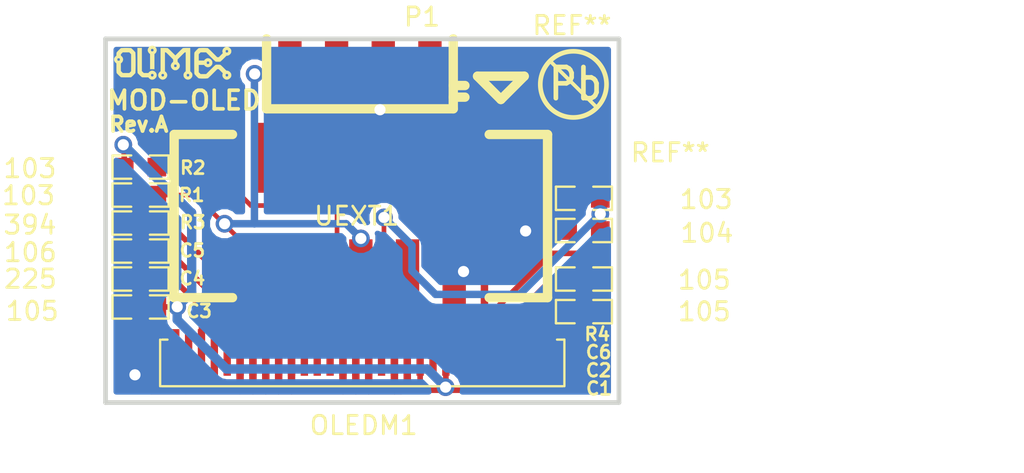
<source format=kicad_pcb>
(kicad_pcb (version 4) (host pcbnew 0.201504271001+5626~23~ubuntu14.10.1-product)

  (general
    (links 43)
    (no_connects 0)
    (area 171.231461 124.984213 227.389265 151.296815)
    (thickness 1.6)
    (drawings 6)
    (tracks 203)
    (zones 0)
    (modules 16)
    (nets 22)
  )

  (page A4)
  (layers
    (0 F.Cu signal)
    (31 B.Cu signal hide)
    (32 B.Adhes user)
    (33 F.Adhes user)
    (34 B.Paste user)
    (35 F.Paste user)
    (36 B.SilkS user)
    (37 F.SilkS user)
    (38 B.Mask user)
    (39 F.Mask user)
    (40 Dwgs.User user)
    (41 Cmts.User user)
    (42 Eco1.User user)
    (43 Eco2.User user)
    (44 Edge.Cuts user)
    (45 Margin user)
    (46 B.CrtYd user)
    (47 F.CrtYd user)
    (48 B.Fab user)
    (49 F.Fab user)
  )

  (setup
    (last_trace_width 0.4064)
    (trace_clearance 0.254)
    (zone_clearance 0.3048)
    (zone_45_only no)
    (trace_min 0.254)
    (segment_width 0.2)
    (edge_width 0.1)
    (via_size 0.9652)
    (via_drill 0.6096)
    (via_min_size 0.889)
    (via_min_drill 0.508)
    (uvia_size 0.508)
    (uvia_drill 0.127)
    (uvias_allowed no)
    (uvia_min_size 0.508)
    (uvia_min_drill 0.127)
    (pcb_text_width 0.3)
    (pcb_text_size 1.5 1.5)
    (mod_edge_width 0.15)
    (mod_text_size 1 1)
    (mod_text_width 0.15)
    (pad_size 1 1)
    (pad_drill 0)
    (pad_to_mask_clearance 0.0508)
    (solder_mask_min_width 0.0508)
    (pad_to_paste_clearance -0.0508)
    (aux_axis_origin 0 0)
    (visible_elements FFFFFF7F)
    (pcbplotparams
      (layerselection 0x00008_00000000)
      (usegerberextensions false)
      (excludeedgelayer false)
      (linewidth 0.100000)
      (plotframeref false)
      (viasonmask false)
      (mode 1)
      (useauxorigin false)
      (hpglpennumber 1)
      (hpglpenspeed 20)
      (hpglpendiameter 15)
      (hpglpenoverlay 2)
      (psnegative false)
      (psa4output false)
      (plotreference false)
      (plotvalue false)
      (plotinvisibletext false)
      (padsonsilk false)
      (subtractmaskfromsilk false)
      (outputformat 1)
      (mirror false)
      (drillshape 0)
      (scaleselection 1)
      (outputdirectory ""))
  )

  (net 0 "")
  (net 1 "Net-(C1-Pad1)")
  (net 2 "Net-(C1-Pad2)")
  (net 3 "Net-(C2-Pad1)")
  (net 4 "Net-(C2-Pad2)")
  (net 5 GND)
  (net 6 "Net-(C4-Pad1)")
  (net 7 "Net-(C5-Pad1)")
  (net 8 /SCL)
  (net 9 /SDA)
  (net 10 "Net-(OLEDM1-Pad26)")
  (net 11 "Net-(OLEDM1-Pad30)")
  (net 12 "Net-(OLEDM1-Pad1)")
  (net 13 /VDD)
  (net 14 "Net-(OLEDM1-Pad7)")
  (net 15 "Net-(UEXT1-Pad3)")
  (net 16 "Net-(UEXT1-Pad4)")
  (net 17 "Net-(UEXT1-Pad7)")
  (net 18 "Net-(UEXT1-Pad8)")
  (net 19 "Net-(UEXT1-Pad9)")
  (net 20 "Net-(UEXT1-Pad10)")
  (net 21 "Net-(C6-Pad2)")

  (net_class Default "This is the default net class."
    (clearance 0.254)
    (trace_width 0.4064)
    (via_dia 0.9652)
    (via_drill 0.6096)
    (uvia_dia 0.508)
    (uvia_drill 0.127)
    (add_net /SCL)
    (add_net /SDA)
    (add_net /VDD)
    (add_net GND)
    (add_net "Net-(C1-Pad1)")
    (add_net "Net-(C1-Pad2)")
    (add_net "Net-(C2-Pad1)")
    (add_net "Net-(C2-Pad2)")
    (add_net "Net-(C4-Pad1)")
    (add_net "Net-(C5-Pad1)")
    (add_net "Net-(C6-Pad2)")
    (add_net "Net-(OLEDM1-Pad1)")
    (add_net "Net-(OLEDM1-Pad26)")
    (add_net "Net-(OLEDM1-Pad30)")
    (add_net "Net-(OLEDM1-Pad7)")
    (add_net "Net-(UEXT1-Pad10)")
    (add_net "Net-(UEXT1-Pad3)")
    (add_net "Net-(UEXT1-Pad4)")
    (add_net "Net-(UEXT1-Pad7)")
    (add_net "Net-(UEXT1-Pad8)")
    (add_net "Net-(UEXT1-Pad9)")
  )

  (module OLIMEX_LOGOs-FP:LOGO_PBFREE locked (layer F.Cu) (tedit 553A2F23) (tstamp 5540B2FB)
    (at 202.8444 130.2258)
    (fp_text reference REF** (at -0.2794 -3.52552) (layer F.SilkS)
      (effects (font (size 1 1) (thickness 0.15)))
    )
    (fp_text value LOGO_PBFREE (at 0.05588 3.15214) (layer F.Fab)
      (effects (font (size 1 1) (thickness 0.15)))
    )
    (fp_text user Pb (at -0.08636 -0.33528) (layer F.SilkS)
      (effects (font (size 1.7 1.5) (thickness 0.254)))
    )
    (fp_line (start -1.36398 -1.47828) (end 1.06934 0.94234) (layer F.SilkS) (width 0.2))
    (fp_circle (center -0.2032 -0.31496) (end 0.90678 -1.73482) (layer F.SilkS) (width 0.254))
  )

  (module kicad_wrk:C_0603 (layer F.Cu) (tedit 554073C1) (tstamp 55002BF0)
    (at 203.215031 142.292215 180)
    (descr "Resistor SMD 0603, reflow soldering, Vishay (see dcrcw.pdf)")
    (tags "resistor 0603")
    (path /54FFF928)
    (attr smd)
    (fp_text reference C1 (at -0.8128 -4.191 360) (layer F.SilkS)
      (effects (font (size 0.7 0.7) (thickness 0.15)))
    )
    (fp_text value 105 (at -6.5532 0 180) (layer F.SilkS)
      (effects (font (size 1 1) (thickness 0.15)))
    )
    (fp_line (start 0.508 -0.635) (end 1.524 -0.635) (layer F.SilkS) (width 0.127))
    (fp_line (start 1.524 -0.635) (end 1.524 0.635) (layer F.SilkS) (width 0.127))
    (fp_line (start 1.524 0.635) (end 0.508 0.635) (layer F.SilkS) (width 0.127))
    (fp_line (start -1.524 -0.635) (end -1.524 0.635) (layer F.SilkS) (width 0.127))
    (fp_line (start -1.524 0.635) (end -0.508 0.635) (layer F.SilkS) (width 0.127))
    (fp_line (start -1.524 -0.635) (end -0.508 -0.635) (layer F.SilkS) (width 0.127))
    (pad 1 smd rect (at -0.889 0 180) (size 1.016 1.016) (layers F.Cu F.Paste F.Mask)
      (net 1 "Net-(C1-Pad1)"))
    (pad 2 smd rect (at 0.889 0 180) (size 1.016 1.016) (layers F.Cu F.Paste F.Mask)
      (net 2 "Net-(C1-Pad2)"))
    (model Resistors_SMD/R_0603.wrl
      (at (xyz 0 0 0))
      (scale (xyz 1 1 1))
      (rotate (xyz 0 0 0))
    )
  )

  (module kicad_wrk:C_0603 (layer F.Cu) (tedit 5540727A) (tstamp 55002BE3)
    (at 203.215031 140.514215)
    (descr "Resistor SMD 0603, reflow soldering, Vishay (see dcrcw.pdf)")
    (tags "resistor 0603")
    (path /54FFF953)
    (attr smd)
    (fp_text reference C2 (at 0.8001 4.9784) (layer F.SilkS)
      (effects (font (size 0.7 0.7) (thickness 0.15)))
    )
    (fp_text value 105 (at 6.5532 0.0508) (layer F.SilkS)
      (effects (font (size 1 1) (thickness 0.15)))
    )
    (fp_line (start 0.508 -0.635) (end 1.524 -0.635) (layer F.SilkS) (width 0.127))
    (fp_line (start 1.524 -0.635) (end 1.524 0.635) (layer F.SilkS) (width 0.127))
    (fp_line (start 1.524 0.635) (end 0.508 0.635) (layer F.SilkS) (width 0.127))
    (fp_line (start -1.524 -0.635) (end -1.524 0.635) (layer F.SilkS) (width 0.127))
    (fp_line (start -1.524 0.635) (end -0.508 0.635) (layer F.SilkS) (width 0.127))
    (fp_line (start -1.524 -0.635) (end -0.508 -0.635) (layer F.SilkS) (width 0.127))
    (pad 1 smd rect (at -0.889 0) (size 1.016 1.016) (layers F.Cu F.Paste F.Mask)
      (net 3 "Net-(C2-Pad1)"))
    (pad 2 smd rect (at 0.889 0) (size 1.016 1.016) (layers F.Cu F.Paste F.Mask)
      (net 4 "Net-(C2-Pad2)"))
    (model Resistors_SMD/R_0603.wrl
      (at (xyz 0 0 0))
      (scale (xyz 1 1 1))
      (rotate (xyz 0 0 0))
    )
  )

  (module kicad_wrk:C_0603 (layer F.Cu) (tedit 554072F7) (tstamp 55002BD6)
    (at 179.085032 142.038215 180)
    (descr "Resistor SMD 0603, reflow soldering, Vishay (see dcrcw.pdf)")
    (tags "resistor 0603")
    (path /54FFF96D)
    (attr smd)
    (fp_text reference C3 (at -3.1877 -0.2286 180) (layer F.SilkS)
      (effects (font (size 0.7 0.7) (thickness 0.15)))
    )
    (fp_text value 105 (at 5.8928 -0.2286 180) (layer F.SilkS)
      (effects (font (size 1 1) (thickness 0.15)))
    )
    (fp_line (start 0.508 -0.635) (end 1.524 -0.635) (layer F.SilkS) (width 0.127))
    (fp_line (start 1.524 -0.635) (end 1.524 0.635) (layer F.SilkS) (width 0.127))
    (fp_line (start 1.524 0.635) (end 0.508 0.635) (layer F.SilkS) (width 0.127))
    (fp_line (start -1.524 -0.635) (end -1.524 0.635) (layer F.SilkS) (width 0.127))
    (fp_line (start -1.524 0.635) (end -0.508 0.635) (layer F.SilkS) (width 0.127))
    (fp_line (start -1.524 -0.635) (end -0.508 -0.635) (layer F.SilkS) (width 0.127))
    (pad 1 smd rect (at -0.889 0 180) (size 1.016 1.016) (layers F.Cu F.Paste F.Mask)
      (net 13 /VDD))
    (pad 2 smd rect (at 0.889 0 180) (size 1.016 1.016) (layers F.Cu F.Paste F.Mask)
      (net 5 GND))
    (model Resistors_SMD/R_0603.wrl
      (at (xyz 0 0 0))
      (scale (xyz 1 1 1))
      (rotate (xyz 0 0 0))
    )
  )

  (module kicad_wrk:C_0603 (layer F.Cu) (tedit 554072FD) (tstamp 55002BC9)
    (at 179.085032 140.514215 180)
    (descr "Resistor SMD 0603, reflow soldering, Vishay (see dcrcw.pdf)")
    (tags "resistor 0603")
    (path /550002D7)
    (attr smd)
    (fp_text reference C4 (at -2.8194 0.0254 180) (layer F.SilkS)
      (effects (font (size 0.7 0.7) (thickness 0.15)))
    )
    (fp_text value 225 (at 5.9944 0 180) (layer F.SilkS)
      (effects (font (size 1 1) (thickness 0.15)))
    )
    (fp_line (start 0.508 -0.635) (end 1.524 -0.635) (layer F.SilkS) (width 0.127))
    (fp_line (start 1.524 -0.635) (end 1.524 0.635) (layer F.SilkS) (width 0.127))
    (fp_line (start 1.524 0.635) (end 0.508 0.635) (layer F.SilkS) (width 0.127))
    (fp_line (start -1.524 -0.635) (end -1.524 0.635) (layer F.SilkS) (width 0.127))
    (fp_line (start -1.524 0.635) (end -0.508 0.635) (layer F.SilkS) (width 0.127))
    (fp_line (start -1.524 -0.635) (end -0.508 -0.635) (layer F.SilkS) (width 0.127))
    (pad 1 smd rect (at -0.889 0 180) (size 1.016 1.016) (layers F.Cu F.Paste F.Mask)
      (net 6 "Net-(C4-Pad1)"))
    (pad 2 smd rect (at 0.889 0 180) (size 1.016 1.016) (layers F.Cu F.Paste F.Mask)
      (net 5 GND))
    (model Resistors_SMD/R_0603.wrl
      (at (xyz 0 0 0))
      (scale (xyz 1 1 1))
      (rotate (xyz 0 0 0))
    )
  )

  (module kicad_wrk:C_0603 (layer F.Cu) (tedit 55407302) (tstamp 55002BBC)
    (at 179.085031 138.990215 180)
    (descr "Resistor SMD 0603, reflow soldering, Vishay (see dcrcw.pdf)")
    (tags "resistor 0603")
    (path /5500030A)
    (attr smd)
    (fp_text reference C5 (at -2.8194 0.0254 180) (layer F.SilkS)
      (effects (font (size 0.7 0.7) (thickness 0.15)))
    )
    (fp_text value 106 (at 5.9944 -0.0762 180) (layer F.SilkS)
      (effects (font (size 1 1) (thickness 0.15)))
    )
    (fp_line (start 0.508 -0.635) (end 1.524 -0.635) (layer F.SilkS) (width 0.127))
    (fp_line (start 1.524 -0.635) (end 1.524 0.635) (layer F.SilkS) (width 0.127))
    (fp_line (start 1.524 0.635) (end 0.508 0.635) (layer F.SilkS) (width 0.127))
    (fp_line (start -1.524 -0.635) (end -1.524 0.635) (layer F.SilkS) (width 0.127))
    (fp_line (start -1.524 0.635) (end -0.508 0.635) (layer F.SilkS) (width 0.127))
    (fp_line (start -1.524 -0.635) (end -0.508 -0.635) (layer F.SilkS) (width 0.127))
    (pad 1 smd rect (at -0.889 0 180) (size 1.016 1.016) (layers F.Cu F.Paste F.Mask)
      (net 7 "Net-(C5-Pad1)"))
    (pad 2 smd rect (at 0.889 0 180) (size 1.016 1.016) (layers F.Cu F.Paste F.Mask)
      (net 5 GND))
    (model Resistors_SMD/R_0603.wrl
      (at (xyz 0 0 0))
      (scale (xyz 1 1 1))
      (rotate (xyz 0 0 0))
    )
  )

  (module kicad_wrk:R_0603 (layer F.Cu) (tedit 55407312) (tstamp 55002B83)
    (at 179.085032 135.942215)
    (descr "Resistor SMD 0603, reflow soldering, Vishay (see dcrcw.pdf)")
    (tags "resistor 0603")
    (path /55000351)
    (attr smd)
    (fp_text reference R1 (at 2.7813 0) (layer F.SilkS)
      (effects (font (size 0.7 0.7) (thickness 0.15)))
    )
    (fp_text value 103 (at -6.096 0.0254) (layer F.SilkS)
      (effects (font (size 1 1) (thickness 0.15)))
    )
    (fp_line (start 0.508 -0.635) (end 1.524 -0.635) (layer F.SilkS) (width 0.127))
    (fp_line (start 1.524 -0.635) (end 1.524 0.635) (layer F.SilkS) (width 0.127))
    (fp_line (start 1.524 0.635) (end 0.508 0.635) (layer F.SilkS) (width 0.127))
    (fp_line (start -1.524 -0.635) (end -1.524 0.635) (layer F.SilkS) (width 0.127))
    (fp_line (start -1.524 0.635) (end -0.508 0.635) (layer F.SilkS) (width 0.127))
    (fp_line (start -1.524 -0.635) (end -0.508 -0.635) (layer F.SilkS) (width 0.127))
    (pad 1 smd rect (at -0.889 0) (size 1.016 1.016) (layers F.Cu F.Paste F.Mask)
      (net 13 /VDD))
    (pad 2 smd rect (at 0.889 0) (size 1.016 1.016) (layers F.Cu F.Paste F.Mask)
      (net 9 /SDA))
    (model Resistors_SMD/R_0603.wrl
      (at (xyz 0 0 0))
      (scale (xyz 1 1 1))
      (rotate (xyz 0 0 0))
    )
  )

  (module kicad_wrk:R_0603 (layer F.Cu) (tedit 55407316) (tstamp 55002B76)
    (at 179.085031 134.418215)
    (descr "Resistor SMD 0603, reflow soldering, Vishay (see dcrcw.pdf)")
    (tags "resistor 0603")
    (path /5500037B)
    (attr smd)
    (fp_text reference R2 (at 2.8448 0.0381) (layer F.SilkS)
      (effects (font (size 0.7 0.7) (thickness 0.15)))
    )
    (fp_text value 103 (at -6.0198 0.0762) (layer F.SilkS)
      (effects (font (size 1 1) (thickness 0.15)))
    )
    (fp_line (start 0.508 -0.635) (end 1.524 -0.635) (layer F.SilkS) (width 0.127))
    (fp_line (start 1.524 -0.635) (end 1.524 0.635) (layer F.SilkS) (width 0.127))
    (fp_line (start 1.524 0.635) (end 0.508 0.635) (layer F.SilkS) (width 0.127))
    (fp_line (start -1.524 -0.635) (end -1.524 0.635) (layer F.SilkS) (width 0.127))
    (fp_line (start -1.524 0.635) (end -0.508 0.635) (layer F.SilkS) (width 0.127))
    (fp_line (start -1.524 -0.635) (end -0.508 -0.635) (layer F.SilkS) (width 0.127))
    (pad 1 smd rect (at -0.889 0) (size 1.016 1.016) (layers F.Cu F.Paste F.Mask)
      (net 13 /VDD))
    (pad 2 smd rect (at 0.889 0) (size 1.016 1.016) (layers F.Cu F.Paste F.Mask)
      (net 8 /SCL))
    (model Resistors_SMD/R_0603.wrl
      (at (xyz 0 0 0))
      (scale (xyz 1 1 1))
      (rotate (xyz 0 0 0))
    )
  )

  (module kicad_wrk:R_0603 (layer F.Cu) (tedit 5540730B) (tstamp 55002B69)
    (at 179.085031 137.466215 180)
    (descr "Resistor SMD 0603, reflow soldering, Vishay (see dcrcw.pdf)")
    (tags "resistor 0603")
    (path /5500032C)
    (attr smd)
    (fp_text reference R3 (at -2.8448 0.0381 180) (layer F.SilkS)
      (effects (font (size 0.7 0.7) (thickness 0.15)))
    )
    (fp_text value 394 (at 6.0198 -0.1016 180) (layer F.SilkS)
      (effects (font (size 1 1) (thickness 0.15)))
    )
    (fp_line (start 0.508 -0.635) (end 1.524 -0.635) (layer F.SilkS) (width 0.127))
    (fp_line (start 1.524 -0.635) (end 1.524 0.635) (layer F.SilkS) (width 0.127))
    (fp_line (start 1.524 0.635) (end 0.508 0.635) (layer F.SilkS) (width 0.127))
    (fp_line (start -1.524 -0.635) (end -1.524 0.635) (layer F.SilkS) (width 0.127))
    (fp_line (start -1.524 0.635) (end -0.508 0.635) (layer F.SilkS) (width 0.127))
    (fp_line (start -1.524 -0.635) (end -0.508 -0.635) (layer F.SilkS) (width 0.127))
    (pad 1 smd rect (at -0.889 0 180) (size 1.016 1.016) (layers F.Cu F.Paste F.Mask)
      (net 10 "Net-(OLEDM1-Pad26)"))
    (pad 2 smd rect (at 0.889 0 180) (size 1.016 1.016) (layers F.Cu F.Paste F.Mask)
      (net 5 GND))
    (model Resistors_SMD/R_0603.wrl
      (at (xyz 0 0 0))
      (scale (xyz 1 1 1))
      (rotate (xyz 0 0 0))
    )
  )

  (module kicad_wrk:UEXTM-SMD (layer F.Cu) (tedit 55373B1F) (tstamp 55002E29)
    (at 191.073831 137.085215)
    (path /54FFFC38)
    (fp_text reference UEXT1 (at -0.2286 0) (layer F.SilkS)
      (effects (font (size 1 1) (thickness 0.15)))
    )
    (fp_text value CONN_02X05 (at 31.1531 0.3302) (layer F.Fab)
      (effects (font (size 1 1) (thickness 0.15)))
    )
    (fp_line (start 6.35 -7.62) (end 8.89 -7.62) (layer F.SilkS) (width 0.508))
    (fp_line (start 8.89 -7.62) (end 7.62 -6.35) (layer F.SilkS) (width 0.508))
    (fp_line (start 7.62 -6.35) (end 6.35 -7.62) (layer F.SilkS) (width 0.508))
    (fp_line (start -10.16 -4.445) (end -6.985 -4.445) (layer F.SilkS) (width 0.508))
    (fp_line (start 10.16 -4.445) (end 6.985 -4.445) (layer F.SilkS) (width 0.508))
    (fp_line (start 6.985 4.445) (end 10.16 4.445) (layer F.SilkS) (width 0.508))
    (fp_line (start -10.16 4.445) (end -6.985 4.445) (layer F.SilkS) (width 0.508))
    (fp_line (start -10.16 -4.445) (end -10.16 4.445) (layer F.SilkS) (width 0.508))
    (fp_line (start 10.16 -4.445) (end 10.16 4.445) (layer F.SilkS) (width 0.508))
    (pad 1 smd rect (at 5.08 -3.175) (size 1.27 3.81) (layers F.Cu F.Paste F.Mask)
      (net 13 /VDD))
    (pad 2 smd rect (at 5.08 3.175) (size 1.27 3.81) (layers F.Cu F.Paste F.Mask)
      (net 5 GND))
    (pad 3 smd rect (at 2.54 -3.175) (size 1.27 3.81) (layers F.Cu F.Paste F.Mask)
      (net 15 "Net-(UEXT1-Pad3)"))
    (pad 4 smd rect (at 2.54 3.175) (size 1.27 3.81) (layers F.Cu F.Paste F.Mask)
      (net 16 "Net-(UEXT1-Pad4)"))
    (pad 5 smd rect (at 0 -3.175) (size 1.27 3.81) (layers F.Cu F.Paste F.Mask)
      (net 8 /SCL))
    (pad 6 smd rect (at 0 3.175) (size 1.27 3.81) (layers F.Cu F.Paste F.Mask)
      (net 9 /SDA))
    (pad 7 smd rect (at -2.54 -3.175) (size 1.27 3.81) (layers F.Cu F.Paste F.Mask)
      (net 17 "Net-(UEXT1-Pad7)"))
    (pad 8 smd rect (at -2.54 3.175) (size 1.27 3.81) (layers F.Cu F.Paste F.Mask)
      (net 18 "Net-(UEXT1-Pad8)"))
    (pad 9 smd rect (at -5.08 -3.175) (size 1.27 3.81) (layers F.Cu F.Paste F.Mask)
      (net 19 "Net-(UEXT1-Pad9)"))
    (pad 10 smd rect (at -5.08 3.175) (size 1.27 3.81) (layers F.Cu F.Paste F.Mask)
      (net 20 "Net-(UEXT1-Pad10)"))
  )

  (module kicad_wrk:SIP4_SMD (layer F.Cu) (tedit 5534BD23) (tstamp 55002FF1)
    (at 191.023032 129.338213 180)
    (path /550024DD)
    (fp_text reference P1 (at -3.3782 3.0988 180) (layer F.SilkS)
      (effects (font (size 1 1) (thickness 0.15)))
    )
    (fp_text value CONN_01X04 (at 3.175 3.175 180) (layer F.Fab)
      (effects (font (size 1 1) (thickness 0.15)))
    )
    (fp_line (start -5.08 -1.905) (end 5.08 -1.905) (layer F.SilkS) (width 0.508))
    (fp_line (start 5.08 -1.905) (end 5.08 1.905) (layer F.SilkS) (width 0.508))
    (fp_line (start -5.715 -0.635) (end -5.08 -0.635) (layer F.SilkS) (width 0.508))
    (fp_line (start -5.715 -1.27) (end -5.08 -1.27) (layer F.SilkS) (width 0.508))
    (fp_line (start -5.08 1.905) (end -5.08 -1.905) (layer F.SilkS) (width 0.508))
    (pad 1 smd rect (at -3.81 0 180) (size 1.27 3.81) (layers F.Cu F.Mask)
      (net 13 /VDD))
    (pad 2 smd rect (at -1.27 0 180) (size 1.27 3.81) (layers F.Cu F.Mask)
      (net 5 GND))
    (pad 3 smd rect (at 1.27 0 180) (size 1.27 3.81) (layers F.Cu F.Mask)
      (net 8 /SCL))
    (pad 4 smd rect (at 3.81 0 180) (size 1.27 3.81) (layers F.Cu F.Mask)
      (net 9 /SDA))
  )

  (module kicad_wrk:IROP055-SSD1306Z-PADS-ONLY (layer F.Cu) (tedit 5534BD13) (tstamp 55002DCD)
    (at 191.150032 143.816215 180)
    (path /54FFF903)
    (fp_text reference OLEDM1 (at -0.0762 -4.6736 180) (layer F.SilkS)
      (effects (font (size 1 1) (thickness 0.15)))
    )
    (fp_text value IROP055 (at 0 -6.4516 180) (layer F.Fab)
      (effects (font (size 1 1) (thickness 0.15)))
    )
    (fp_line (start -10.922 -2.54) (end 10.922 -2.54) (layer F.SilkS) (width 0.127))
    (fp_line (start 10.9 0) (end 10.6 0) (layer F.SilkS) (width 0.127))
    (fp_line (start -11 0) (end -10.6 0) (layer F.SilkS) (width 0.127))
    (fp_line (start 11 -2.54) (end 11 0) (layer F.SilkS) (width 0.127))
    (fp_line (start -11 0) (end -11 -2.54) (layer F.SilkS) (width 0.127))
    (pad 16 smd rect (at 0.35 -0.7 180) (size 0.4 2.54) (layers F.Cu F.Paste F.Mask)
      (net 5 GND))
    (pad 17 smd rect (at 1.05 -0.7 180) (size 0.4 2.54) (layers F.Cu F.Paste F.Mask)
      (net 5 GND))
    (pad 18 smd rect (at 1.75 -0.7 180) (size 0.4 2.54) (layers F.Cu F.Paste F.Mask)
      (net 8 /SCL))
    (pad 19 smd rect (at 2.45 -0.7 180) (size 0.4 2.54) (layers F.Cu F.Paste F.Mask)
      (net 9 /SDA))
    (pad 20 smd rect (at 3.15 -0.7 180) (size 0.4 2.54) (layers F.Cu F.Paste F.Mask)
      (net 9 /SDA))
    (pad 21 smd rect (at 3.85 -0.7 180) (size 0.4 2.54) (layers F.Cu F.Paste F.Mask)
      (net 5 GND))
    (pad 22 smd rect (at 4.55 -0.7 180) (size 0.4 2.54) (layers F.Cu F.Paste F.Mask)
      (net 5 GND))
    (pad 23 smd rect (at 5.25 -0.7 180) (size 0.4 2.54) (layers F.Cu F.Paste F.Mask)
      (net 5 GND))
    (pad 24 smd rect (at 5.95 -0.7 180) (size 0.4 2.54) (layers F.Cu F.Paste F.Mask)
      (net 5 GND))
    (pad 25 smd rect (at 6.65 -0.7 180) (size 0.4 2.54) (layers F.Cu F.Paste F.Mask)
      (net 5 GND))
    (pad 26 smd rect (at 7.35 -0.7 180) (size 0.4 2.54) (layers F.Cu F.Paste F.Mask)
      (net 10 "Net-(OLEDM1-Pad26)"))
    (pad 27 smd rect (at 8.05 -0.7 180) (size 0.4 2.54) (layers F.Cu F.Paste F.Mask)
      (net 7 "Net-(C5-Pad1)"))
    (pad 28 smd rect (at 8.75 -0.7 180) (size 0.4 2.54) (layers F.Cu F.Paste F.Mask)
      (net 6 "Net-(C4-Pad1)"))
    (pad 29 smd rect (at 9.45 -0.7 180) (size 0.4 2.54) (layers F.Cu F.Paste F.Mask)
      (net 5 GND))
    (pad 30 smd rect (at 10.15 -0.7 180) (size 0.4 2.54) (layers F.Cu F.Paste F.Mask)
      (net 11 "Net-(OLEDM1-Pad30)"))
    (pad 1 smd rect (at -10.15 -0.7 180) (size 0.4 2.54) (layers F.Cu F.Paste F.Mask)
      (net 12 "Net-(OLEDM1-Pad1)"))
    (pad 2 smd rect (at -9.45 -0.7 180) (size 0.4 2.54) (layers F.Cu F.Paste F.Mask)
      (net 1 "Net-(C1-Pad1)"))
    (pad 3 smd rect (at -8.75 -0.7 180) (size 0.4 2.54) (layers F.Cu F.Paste F.Mask)
      (net 2 "Net-(C1-Pad2)"))
    (pad 4 smd rect (at -8.05 -0.7 180) (size 0.4 2.54) (layers F.Cu F.Paste F.Mask)
      (net 3 "Net-(C2-Pad1)"))
    (pad 5 smd rect (at -7.35 -0.7 180) (size 0.4 2.54) (layers F.Cu F.Paste F.Mask)
      (net 4 "Net-(C2-Pad2)"))
    (pad 6 smd rect (at -6.65 -0.7 180) (size 0.4 2.54) (layers F.Cu F.Paste F.Mask)
      (net 13 /VDD))
    (pad 7 smd rect (at -5.95 -0.7 180) (size 0.4 2.54) (layers F.Cu F.Paste F.Mask)
      (net 14 "Net-(OLEDM1-Pad7)"))
    (pad 8 smd rect (at -5.25 -0.7 180) (size 0.4 2.54) (layers F.Cu F.Paste F.Mask)
      (net 5 GND))
    (pad 9 smd rect (at -4.55 -0.7 180) (size 0.4 2.54) (layers F.Cu F.Paste F.Mask)
      (net 13 /VDD))
    (pad 10 smd rect (at -3.85 -0.7 180) (size 0.4 2.54) (layers F.Cu F.Paste F.Mask)
      (net 5 GND))
    (pad 11 smd rect (at -3.15 -0.7 180) (size 0.4 2.54) (layers F.Cu F.Paste F.Mask)
      (net 13 /VDD))
    (pad 12 smd rect (at -2.45 -0.7 180) (size 0.4 2.54) (layers F.Cu F.Paste F.Mask)
      (net 5 GND))
    (pad 13 smd rect (at -1.75 -0.7 180) (size 0.4 2.54) (layers F.Cu F.Paste F.Mask)
      (net 5 GND))
    (pad 14 smd rect (at -1.05 -0.7 180) (size 0.4 2.54) (layers F.Cu F.Paste F.Mask)
      (net 21 "Net-(C6-Pad2)"))
    (pad 15 smd rect (at -0.35 -0.7 180) (size 0.4 2.54) (layers F.Cu F.Paste F.Mask)
      (net 5 GND))
  )

  (module kicad_wrk:C_0603 (layer F.Cu) (tedit 5540728A) (tstamp 55373598)
    (at 203.21503 137.872615)
    (descr "Resistor SMD 0603, reflow soldering, Vishay (see dcrcw.pdf)")
    (tags "resistor 0603")
    (path /553734EE)
    (attr smd)
    (fp_text reference C6 (at 0.8001 6.6294) (layer F.SilkS)
      (effects (font (size 0.7 0.7) (thickness 0.15)))
    )
    (fp_text value 104 (at 6.6929 0.1397) (layer F.SilkS)
      (effects (font (size 1 1) (thickness 0.15)))
    )
    (fp_line (start 0.508 -0.635) (end 1.524 -0.635) (layer F.SilkS) (width 0.127))
    (fp_line (start 1.524 -0.635) (end 1.524 0.635) (layer F.SilkS) (width 0.127))
    (fp_line (start 1.524 0.635) (end 0.508 0.635) (layer F.SilkS) (width 0.127))
    (fp_line (start -1.524 -0.635) (end -1.524 0.635) (layer F.SilkS) (width 0.127))
    (fp_line (start -1.524 0.635) (end -0.508 0.635) (layer F.SilkS) (width 0.127))
    (fp_line (start -1.524 -0.635) (end -0.508 -0.635) (layer F.SilkS) (width 0.127))
    (pad 1 smd rect (at -0.889 0) (size 1.016 1.016) (layers F.Cu F.Paste F.Mask)
      (net 5 GND))
    (pad 2 smd rect (at 0.889 0) (size 1.016 1.016) (layers F.Cu F.Paste F.Mask)
      (net 21 "Net-(C6-Pad2)"))
    (model Resistors_SMD/R_0603.wrl
      (at (xyz 0 0 0))
      (scale (xyz 1 1 1))
      (rotate (xyz 0 0 0))
    )
  )

  (module kicad_wrk:R_0603 (layer F.Cu) (tedit 554072A1) (tstamp 5537359E)
    (at 203.215032 136.120015)
    (descr "Resistor SMD 0603, reflow soldering, Vishay (see dcrcw.pdf)")
    (tags "resistor 0603")
    (path /553735FD)
    (attr smd)
    (fp_text reference R4 (at 0.7239 7.4041) (layer F.SilkS)
      (effects (font (size 0.7 0.7) (thickness 0.15)))
    )
    (fp_text value 103 (at 6.6548 0.0635) (layer F.SilkS)
      (effects (font (size 1 1) (thickness 0.15)))
    )
    (fp_line (start 0.508 -0.635) (end 1.524 -0.635) (layer F.SilkS) (width 0.127))
    (fp_line (start 1.524 -0.635) (end 1.524 0.635) (layer F.SilkS) (width 0.127))
    (fp_line (start 1.524 0.635) (end 0.508 0.635) (layer F.SilkS) (width 0.127))
    (fp_line (start -1.524 -0.635) (end -1.524 0.635) (layer F.SilkS) (width 0.127))
    (fp_line (start -1.524 0.635) (end -0.508 0.635) (layer F.SilkS) (width 0.127))
    (fp_line (start -1.524 -0.635) (end -0.508 -0.635) (layer F.SilkS) (width 0.127))
    (pad 1 smd rect (at -0.889 0) (size 1.016 1.016) (layers F.Cu F.Paste F.Mask)
      (net 13 /VDD))
    (pad 2 smd rect (at 0.889 0) (size 1.016 1.016) (layers F.Cu F.Paste F.Mask)
      (net 21 "Net-(C6-Pad2)"))
    (model Resistors_SMD/R_0603.wrl
      (at (xyz 0 0 0))
      (scale (xyz 1 1 1))
      (rotate (xyz 0 0 0))
    )
  )

  (module kicad_wrk:Fiducial1x3 (layer F.Cu) (tedit 554077BE) (tstamp 55374317)
    (at 203.189632 133.821315 180)
    (fp_text reference REF** (at -4.7244 0.1905 180) (layer F.SilkS)
      (effects (font (size 1 1) (thickness 0.15)))
    )
    (fp_text value Fiducial1x3 (at -13.5001 0.0381 180) (layer F.Fab)
      (effects (font (size 1 1) (thickness 0.15)))
    )
    (fp_circle (center 0 0) (end 1.5 0) (layer Dwgs.User) (width 0.254))
    (pad Fid1 smd circle (at 0 0 180) (size 1 1) (layers F.Cu F.Mask))
  )

  (module OLIMEX_LOGOs-FP:LOGO_OLIMEX_80 (layer F.Cu) (tedit 550FAFDC) (tstamp 55408425)
    (at 180.837632 128.728615)
    (fp_text reference "" (at 0 0) (layer F.SilkS) hide
      (effects (font (thickness 0.3)))
    )
    (fp_text value "" (at 0.75 0) (layer F.SilkS) hide
      (effects (font (thickness 0.3)))
    )
    (fp_poly (pts (xy -0.879158 0.672094) (xy -0.881346 0.720273) (xy -0.891306 0.763558) (xy -0.897255 0.777742)
      (xy -0.920793 0.814381) (xy -0.953539 0.850932) (xy -0.99044 0.88235) (xy -1.020578 0.9009)
      (xy -1.04394 0.90874) (xy -1.04394 0.68199) (xy -1.047007 0.647795) (xy -1.057575 0.625738)
      (xy -1.077698 0.613723) (xy -1.109429 0.609655) (xy -1.114874 0.6096) (xy -1.140529 0.611375)
      (xy -1.161358 0.615908) (xy -1.168632 0.619329) (xy -1.181853 0.637325) (xy -1.188833 0.663871)
      (xy -1.189563 0.693647) (xy -1.184032 0.72133) (xy -1.172232 0.741597) (xy -1.168862 0.744483)
      (xy -1.148757 0.752266) (xy -1.121251 0.754816) (xy -1.09248 0.752429) (xy -1.06858 0.745406)
      (xy -1.05918 0.73914) (xy -1.049325 0.724456) (xy -1.044725 0.702999) (xy -1.04394 0.68199)
      (xy -1.04394 0.90874) (xy -1.056554 0.912973) (xy -1.099649 0.919359) (xy -1.143567 0.9197)
      (xy -1.18201 0.913637) (xy -1.19127 0.910617) (xy -1.222768 0.895013) (xy -1.255897 0.872825)
      (xy -1.28544 0.847987) (xy -1.306183 0.824432) (xy -1.30683 0.823459) (xy -1.32207 0.800144)
      (xy -1.48424 0.800122) (xy -1.543508 0.799844) (xy -1.589414 0.798956) (xy -1.623824 0.797349)
      (xy -1.648609 0.794914) (xy -1.665637 0.791544) (xy -1.672555 0.789176) (xy -1.687884 0.77954)
      (xy -1.711138 0.760971) (xy -1.740051 0.73567) (xy -1.772357 0.70584) (xy -1.805792 0.673686)
      (xy -1.83809 0.641409) (xy -1.866985 0.611213) (xy -1.890212 0.5853) (xy -1.905505 0.565874)
      (xy -1.909864 0.55841) (xy -1.911727 0.551664) (xy -1.913363 0.540195) (xy -1.914787 0.523117)
      (xy -1.916012 0.499543) (xy -1.917049 0.468586) (xy -1.917914 0.429358) (xy -1.918619 0.380974)
      (xy -1.919178 0.322546) (xy -1.919603 0.253186) (xy -1.919909 0.172009) (xy -1.920108 0.078128)
      (xy -1.920213 -0.029346) (xy -1.92024 -0.133105) (xy -1.92024 -0.8001) (xy -1.80213 -0.8001)
      (xy -1.68402 -0.8001) (xy -1.68402 -0.169341) (xy -1.68402 0.461419) (xy -1.632394 0.512649)
      (xy -1.580768 0.56388) (xy -1.451419 0.563858) (xy -1.32207 0.563836) (xy -1.30683 0.540521)
      (xy -1.287434 0.518018) (xy -1.259043 0.493525) (xy -1.226719 0.470942) (xy -1.195523 0.454166)
      (xy -1.193597 0.453345) (xy -1.154747 0.44349) (xy -1.109329 0.441731) (xy -1.063493 0.447766)
      (xy -1.023389 0.461292) (xy -1.022417 0.461771) (xy -0.977989 0.490317) (xy -0.937499 0.528143)
      (xy -0.905754 0.570504) (xy -0.898008 0.584683) (xy -0.88472 0.624928) (xy -0.879158 0.672094)
      (xy -0.879158 0.672094)) (layer F.SilkS) (width 0.009))
    (fp_poly (pts (xy 1.065057 0.657021) (xy 1.064454 0.705796) (xy 1.05517 0.752946) (xy 1.045576 0.777742)
      (xy 1.022415 0.814127) (xy 0.989912 0.850594) (xy 0.953084 0.882112) (xy 0.922522 0.901065)
      (xy 0.89916 0.908681) (xy 0.89916 0.68199) (xy 0.896093 0.647795) (xy 0.885525 0.625738)
      (xy 0.865402 0.613723) (xy 0.833671 0.609655) (xy 0.828226 0.6096) (xy 0.802571 0.611375)
      (xy 0.781742 0.615908) (xy 0.774468 0.619329) (xy 0.761247 0.637325) (xy 0.754267 0.663871)
      (xy 0.753537 0.693647) (xy 0.759068 0.72133) (xy 0.770868 0.741597) (xy 0.774238 0.744483)
      (xy 0.794343 0.752266) (xy 0.821849 0.754816) (xy 0.85062 0.752429) (xy 0.87452 0.745406)
      (xy 0.88392 0.73914) (xy 0.893775 0.724456) (xy 0.898375 0.702999) (xy 0.89916 0.68199)
      (xy 0.89916 0.908681) (xy 0.882719 0.914041) (xy 0.835735 0.919235) (xy 0.787475 0.916672)
      (xy 0.74385 0.906373) (xy 0.729463 0.900312) (xy 0.686301 0.872247) (xy 0.646304 0.833753)
      (xy 0.614119 0.78957) (xy 0.605835 0.774204) (xy 0.591288 0.731365) (xy 0.585474 0.683759)
      (xy 0.588683 0.637372) (xy 0.597649 0.605862) (xy 0.61422 0.574163) (xy 0.636769 0.541285)
      (xy 0.661444 0.512253) (xy 0.684396 0.492092) (xy 0.685301 0.49149) (xy 0.708616 0.47625)
      (xy 0.708638 -0.043815) (xy 0.70866 -0.56388) (xy 0.676219 -0.56388) (xy 0.667486 -0.563673)
      (xy 0.659286 -0.562356) (xy 0.650402 -0.558888) (xy 0.639618 -0.552225) (xy 0.625714 -0.541327)
      (xy 0.607476 -0.52515) (xy 0.583683 -0.502653) (xy 0.553121 -0.472792) (xy 0.514571 -0.434527)
      (xy 0.466816 -0.386814) (xy 0.451429 -0.37142) (xy 0.25908 -0.17896) (xy 0.259102 -0.106625)
      (xy 0.259267 -0.073001) (xy 0.260354 -0.051158) (xy 0.263283 -0.037639) (xy 0.268977 -0.028985)
      (xy 0.278356 -0.021737) (xy 0.282439 -0.01905) (xy 0.307862 0.003062) (xy 0.333698 0.034597)
      (xy 0.356162 0.070331) (xy 0.370732 0.10282) (xy 0.379257 0.146481) (xy 0.378654 0.195256)
      (xy 0.36937 0.242406) (xy 0.359776 0.267202) (xy 0.336615 0.303587) (xy 0.304112 0.340053)
      (xy 0.267284 0.371572) (xy 0.236722 0.390524) (xy 0.21336 0.398141) (xy 0.21336 0.17145)
      (xy 0.210293 0.137255) (xy 0.199725 0.115198) (xy 0.179602 0.103183) (xy 0.147871 0.099115)
      (xy 0.142426 0.09906) (xy 0.116771 0.100835) (xy 0.095942 0.105368) (xy 0.088668 0.108789)
      (xy 0.075447 0.126785) (xy 0.068467 0.153331) (xy 0.067737 0.183107) (xy 0.073268 0.21079)
      (xy 0.085068 0.231057) (xy 0.088438 0.233943) (xy 0.108543 0.241726) (xy 0.136049 0.244276)
      (xy 0.16482 0.241889) (xy 0.18872 0.234866) (xy 0.19812 0.2286) (xy 0.207975 0.213916)
      (xy 0.212575 0.192459) (xy 0.21336 0.17145) (xy 0.21336 0.398141) (xy 0.196919 0.403501)
      (xy 0.149935 0.408695) (xy 0.101675 0.406132) (xy 0.05805 0.395833) (xy 0.043664 0.389772)
      (xy 0.000501 0.361707) (xy -0.039496 0.323213) (xy -0.071681 0.27903) (xy -0.079965 0.263664)
      (xy -0.094512 0.220825) (xy -0.100326 0.173219) (xy -0.097117 0.126832) (xy -0.088151 0.095322)
      (xy -0.07158 0.063623) (xy -0.049031 0.030745) (xy -0.024356 0.001713) (xy -0.001404 -0.018448)
      (xy -0.000499 -0.01905) (xy 0.010306 -0.026595) (xy 0.01712 -0.0344) (xy 0.020864 -0.045922)
      (xy 0.02246 -0.064621) (xy 0.022828 -0.093954) (xy 0.022838 -0.106625) (xy 0.02286 -0.17896)
      (xy -0.169489 -0.37142) (xy -0.220076 -0.422001) (xy -0.261113 -0.46284) (xy -0.293817 -0.494978)
      (xy -0.319406 -0.519457) (xy -0.339096 -0.537321) (xy -0.354105 -0.54961) (xy -0.36565 -0.557368)
      (xy -0.374949 -0.561636) (xy -0.383219 -0.563457) (xy -0.391677 -0.563873) (xy -0.394279 -0.56388)
      (xy -0.42672 -0.56388) (xy -0.426698 -0.043815) (xy -0.426676 0.47625) (xy -0.403361 0.49149)
      (xy -0.377938 0.513602) (xy -0.352102 0.545137) (xy -0.329638 0.580871) (xy -0.315068 0.61336)
      (xy -0.306543 0.657021) (xy -0.307146 0.705796) (xy -0.31643 0.752946) (xy -0.326024 0.777742)
      (xy -0.349244 0.814213) (xy -0.381795 0.850694) (xy -0.418633 0.882136) (xy -0.449078 0.9009)
      (xy -0.47244 0.908751) (xy -0.47244 0.68199) (xy -0.475507 0.647795) (xy -0.486075 0.625738)
      (xy -0.506198 0.613723) (xy -0.537929 0.609655) (xy -0.543374 0.6096) (xy -0.569029 0.611375)
      (xy -0.589858 0.615908) (xy -0.597132 0.619329) (xy -0.610353 0.637325) (xy -0.617333 0.663871)
      (xy -0.618063 0.693647) (xy -0.612532 0.72133) (xy -0.600732 0.741597) (xy -0.597362 0.744483)
      (xy -0.577257 0.752266) (xy -0.549751 0.754816) (xy -0.52098 0.752429) (xy -0.49708 0.745406)
      (xy -0.48768 0.73914) (xy -0.477825 0.724456) (xy -0.473225 0.702999) (xy -0.47244 0.68199)
      (xy -0.47244 0.908751) (xy -0.484708 0.912874) (xy -0.527464 0.91929) (xy -0.571083 0.919784)
      (xy -0.609303 0.913993) (xy -0.619326 0.91077) (xy -0.669193 0.884326) (xy -0.714551 0.846044)
      (xy -0.752 0.799288) (xy -0.774177 0.757577) (xy -0.782269 0.726138) (xy -0.785352 0.687049)
      (xy -0.783436 0.647051) (xy -0.776532 0.612885) (xy -0.773951 0.605862) (xy -0.75738 0.574163)
      (xy -0.734831 0.541285) (xy -0.710156 0.512253) (xy -0.687204 0.492092) (xy -0.686299 0.49149)
      (xy -0.662984 0.47625) (xy -0.662962 -0.161925) (xy -0.66294 -0.8001) (xy -0.480556 -0.8001)
      (xy -0.421749 -0.79976) (xy -0.37035 -0.798786) (xy -0.328202 -0.797252) (xy -0.297145 -0.795229)
      (xy -0.279021 -0.792789) (xy -0.276721 -0.79212) (xy -0.266527 -0.785023) (xy -0.246982 -0.768346)
      (xy -0.219439 -0.743357) (xy -0.185252 -0.711326) (xy -0.145776 -0.673519) (xy -0.102363 -0.631205)
      (xy -0.057096 -0.586379) (xy 0.141079 -0.388617) (xy 0.335335 -0.583696) (xy 0.380938 -0.629113)
      (xy 0.424097 -0.671375) (xy 0.463422 -0.709177) (xy 0.497523 -0.741209) (xy 0.525009 -0.766165)
      (xy 0.544491 -0.782736) (xy 0.55411 -0.789437) (xy 0.566272 -0.79306) (xy 0.58513 -0.795828)
      (xy 0.612393 -0.797828) (xy 0.649768 -0.799148) (xy 0.698961 -0.799877) (xy 0.761679 -0.8001)
      (xy 0.761755 -0.8001) (xy 0.94488 -0.8001) (xy 0.944902 -0.161925) (xy 0.944924 0.47625)
      (xy 0.968239 0.49149) (xy 0.993662 0.513602) (xy 1.019498 0.545137) (xy 1.041962 0.580871)
      (xy 1.056532 0.61336) (xy 1.065057 0.657021) (xy 1.065057 0.657021)) (layer F.SilkS) (width 0.009))
    (fp_poly (pts (xy 3.182302 0.672094) (xy 3.180114 0.720273) (xy 3.170154 0.763558) (xy 3.164205 0.777742)
      (xy 3.140667 0.814381) (xy 3.107921 0.850932) (xy 3.07102 0.88235) (xy 3.040882 0.9009)
      (xy 3.01752 0.908751) (xy 3.01752 0.68199) (xy 3.014454 0.647795) (xy 3.003885 0.625738)
      (xy 2.983762 0.613723) (xy 2.952031 0.609655) (xy 2.946586 0.6096) (xy 2.920931 0.611375)
      (xy 2.900102 0.615908) (xy 2.892828 0.619329) (xy 2.879607 0.637325) (xy 2.872627 0.663871)
      (xy 2.871897 0.693647) (xy 2.877428 0.72133) (xy 2.889228 0.741597) (xy 2.892597 0.744483)
      (xy 2.912703 0.752266) (xy 2.940209 0.754816) (xy 2.96898 0.752429) (xy 2.99288 0.745406)
      (xy 3.00228 0.73914) (xy 3.012135 0.724456) (xy 3.016735 0.702999) (xy 3.01752 0.68199)
      (xy 3.01752 0.908751) (xy 3.005252 0.912874) (xy 2.962496 0.91929) (xy 2.918877 0.919784)
      (xy 2.880657 0.913993) (xy 2.870634 0.91077) (xy 2.820767 0.884326) (xy 2.775409 0.846044)
      (xy 2.73796 0.799288) (xy 2.715783 0.757577) (xy 2.707614 0.725803) (xy 2.704589 0.686414)
      (xy 2.706685 0.646131) (xy 2.713879 0.611675) (xy 2.716314 0.605133) (xy 2.72848 0.576015)
      (xy 2.61592 0.463267) (xy 2.503361 0.35052) (xy 2.461311 0.35052) (xy 2.419261 0.35052)
      (xy 2.175465 0.595123) (xy 2.124437 0.646019) (xy 2.075963 0.693788) (xy 2.031248 0.737287)
      (xy 1.991496 0.775369) (xy 1.957911 0.806888) (xy 1.931696 0.830701) (xy 1.914057 0.84566)
      (xy 1.90715 0.850393) (xy 1.891417 0.853808) (xy 1.862922 0.856628) (xy 1.824134 0.858854)
      (xy 1.777518 0.860484) (xy 1.725543 0.861516) (xy 1.670675 0.861948) (xy 1.615381 0.86178)
      (xy 1.562129 0.861009) (xy 1.513386 0.859635) (xy 1.471618 0.857655) (xy 1.439294 0.855069)
      (xy 1.41888 0.851874) (xy 1.41517 0.850684) (xy 1.400549 0.841068) (xy 1.378155 0.822197)
      (xy 1.350192 0.796336) (xy 1.318862 0.765749) (xy 1.286368 0.732703) (xy 1.254914 0.699462)
      (xy 1.226702 0.668293) (xy 1.203935 0.641461) (xy 1.188817 0.621231) (xy 1.184404 0.613375)
      (xy 1.182119 0.600253) (xy 1.18007 0.573392) (xy 1.178257 0.534292) (xy 1.176681 0.484453)
      (xy 1.175342 0.425374) (xy 1.174239 0.358556) (xy 1.173373 0.285497) (xy 1.172744 0.207698)
      (xy 1.172351 0.126658) (xy 1.172194 0.043877) (xy 1.172275 -0.039146) (xy 1.172591 -0.120911)
      (xy 1.173145 -0.199918) (xy 1.173935 -0.274667) (xy 1.174961 -0.34366) (xy 1.176224 -0.405396)
      (xy 1.177724 -0.458375) (xy 1.17946 -0.501099) (xy 1.181433 -0.532067) (xy 1.183642 -0.549779)
      (xy 1.184404 -0.552415) (xy 1.19404 -0.567744) (xy 1.212609 -0.590998) (xy 1.23791 -0.619911)
      (xy 1.267739 -0.652217) (xy 1.299894 -0.685652) (xy 1.332171 -0.71795) (xy 1.362367 -0.746845)
      (xy 1.38828 -0.770072) (xy 1.407706 -0.785365) (xy 1.41517 -0.789724) (xy 1.431101 -0.793119)
      (xy 1.459757 -0.795907) (xy 1.498674 -0.798087) (xy 1.545382 -0.799661) (xy 1.597415 -0.800631)
      (xy 1.652307 -0.800999) (xy 1.707589 -0.800765) (xy 1.760794 -0.799932) (xy 1.809456 -0.7985)
      (xy 1.851107 -0.796471) (xy 1.883281 -0.793847) (xy 1.903509 -0.790628) (xy 1.90715 -0.789433)
      (xy 1.917514 -0.781921) (xy 1.937362 -0.764691) (xy 1.96549 -0.738888) (xy 2.000695 -0.705657)
      (xy 2.041772 -0.666145) (xy 2.087517 -0.621496) (xy 2.136727 -0.572856) (xy 2.175465 -0.534163)
      (xy 2.419261 -0.28956) (xy 2.461311 -0.28956) (xy 2.503361 -0.28956) (xy 2.61592 -0.402308)
      (xy 2.72848 -0.515055) (xy 2.716314 -0.544173) (xy 2.705577 -0.586339) (xy 2.704378 -0.63419)
      (xy 2.71244 -0.681756) (xy 2.724195 -0.713244) (xy 2.755079 -0.76138) (xy 2.796527 -0.804333)
      (xy 2.843901 -0.837431) (xy 2.851217 -0.841249) (xy 2.900737 -0.857898) (xy 2.954213 -0.862044)
      (xy 3.006887 -0.853685) (xy 3.039043 -0.841249) (xy 3.083471 -0.812703) (xy 3.123961 -0.774877)
      (xy 3.155706 -0.732516) (xy 3.163452 -0.718337) (xy 3.173498 -0.694074) (xy 3.179052 -0.668741)
      (xy 3.181201 -0.636441) (xy 3.18135 -0.62103) (xy 3.177866 -0.571049) (xy 3.166083 -0.529556)
      (xy 3.144006 -0.491811) (xy 3.111366 -0.454794) (xy 3.064104 -0.416187) (xy 3.01752 -0.393966)
      (xy 3.01752 -0.62103) (xy 3.014454 -0.655225) (xy 3.003885 -0.677282) (xy 2.983762 -0.689297)
      (xy 2.952031 -0.693365) (xy 2.946586 -0.69342) (xy 2.920931 -0.691645) (xy 2.900102 -0.687112)
      (xy 2.892828 -0.683691) (xy 2.879607 -0.665695) (xy 2.872627 -0.639149) (xy 2.871897 -0.609373)
      (xy 2.877428 -0.58169) (xy 2.889228 -0.561423) (xy 2.892597 -0.558537) (xy 2.912703 -0.550754)
      (xy 2.940209 -0.548204) (xy 2.96898 -0.550591) (xy 2.99288 -0.557614) (xy 3.00228 -0.56388)
      (xy 3.012135 -0.578564) (xy 3.016735 -0.600021) (xy 3.01752 -0.62103) (xy 3.01752 -0.393966)
      (xy 3.013808 -0.392195) (xy 2.964594 -0.382654) (xy 2.92227 -0.379491) (xy 2.76606 -0.2244)
      (xy 2.725079 -0.184164) (xy 2.686617 -0.147251) (xy 2.652256 -0.115115) (xy 2.623578 -0.089207)
      (xy 2.602163 -0.070977) (xy 2.589594 -0.061879) (xy 2.588399 -0.061325) (xy 2.569362 -0.05743)
      (xy 2.539132 -0.054803) (xy 2.501425 -0.053406) (xy 2.459957 -0.053199) (xy 2.418445 -0.054145)
      (xy 2.380604 -0.056205) (xy 2.35015 -0.059341) (xy 2.3308 -0.063513) (xy 2.32957 -0.064007)
      (xy 2.319206 -0.071519) (xy 2.299358 -0.088749) (xy 2.27123 -0.114552) (xy 2.236025 -0.147783)
      (xy 2.194948 -0.187295) (xy 2.149203 -0.231944) (xy 2.099993 -0.280584) (xy 2.061255 -0.319277)
      (xy 1.817459 -0.56388) (xy 1.66481 -0.56388) (xy 1.512161 -0.56388) (xy 1.460931 -0.512254)
      (xy 1.4097 -0.460628) (xy 1.4097 -0.287464) (xy 1.4097 -0.1143) (xy 1.560195 -0.114322)
      (xy 1.71069 -0.114344) (xy 1.72593 -0.137659) (xy 1.745326 -0.160163) (xy 1.773717 -0.184655)
      (xy 1.806041 -0.207238) (xy 1.837237 -0.224014) (xy 1.839163 -0.224835) (xy 1.878013 -0.23469)
      (xy 1.923431 -0.236449) (xy 1.969267 -0.230414) (xy 2.009371 -0.216888) (xy 2.010343 -0.216409)
      (xy 2.054771 -0.187863) (xy 2.095261 -0.150037) (xy 2.127006 -0.107676) (xy 2.134752 -0.093497)
      (xy 2.14804 -0.053252) (xy 2.153602 -0.006086) (xy 2.151414 0.042093) (xy 2.141454 0.085378)
      (xy 2.135505 0.099562) (xy 2.112011 0.136149) (xy 2.079355 0.172619) (xy 2.042561 0.203954)
      (xy 2.012182 0.222616) (xy 1.98882 0.230398) (xy 1.98882 0.00381) (xy 1.985754 -0.030385)
      (xy 1.975185 -0.052442) (xy 1.955062 -0.064457) (xy 1.923331 -0.068525) (xy 1.917886 -0.06858)
      (xy 1.892231 -0.066805) (xy 1.871402 -0.062272) (xy 1.864128 -0.058851) (xy 1.850907 -0.040855)
      (xy 1.843927 -0.014309) (xy 1.843197 0.015467) (xy 1.848728 0.04315) (xy 1.860528 0.063417)
      (xy 1.863897 0.066303) (xy 1.884003 0.074086) (xy 1.911509 0.076636) (xy 1.94028 0.074249)
      (xy 1.96418 0.067226) (xy 1.97358 0.06096) (xy 1.983435 0.046276) (xy 1.988035 0.024819)
      (xy 1.98882 0.00381) (xy 1.98882 0.230398) (xy 1.969263 0.236912) (xy 1.92066 0.242798)
      (xy 1.873111 0.239826) (xy 1.8478 0.233572) (xy 1.81286 0.217662) (xy 1.777246 0.194849)
      (xy 1.746185 0.168921) (xy 1.72593 0.145279) (xy 1.71069 0.121964) (xy 1.560195 0.121942)
      (xy 1.4097 0.12192) (xy 1.4097 0.322149) (xy 1.4097 0.522379) (xy 1.461326 0.573609)
      (xy 1.512952 0.62484) (xy 1.665206 0.62484) (xy 1.817459 0.62484) (xy 2.061255 0.380237)
      (xy 2.112283 0.329341) (xy 2.160757 0.281572) (xy 2.205472 0.238073) (xy 2.245224 0.199991)
      (xy 2.278809 0.168471) (xy 2.305024 0.144659) (xy 2.322663 0.1297) (xy 2.32957 0.124967)
      (xy 2.349377 0.120076) (xy 2.380554 0.116587) (xy 2.419296 0.1145) (xy 2.461795 0.113815)
      (xy 2.504248 0.114532) (xy 2.542849 0.116652) (xy 2.573791 0.120174) (xy 2.59295 0.124957)
      (xy 2.60462 0.133043) (xy 2.625292 0.150536) (xy 2.653337 0.175926) (xy 2.687123 0.207701)
      (xy 2.725021 0.244352) (xy 2.765398 0.284368) (xy 2.769799 0.288787) (xy 2.922127 0.44196)
      (xy 2.960707 0.44196) (xy 3.005054 0.448929) (xy 3.05037 0.46836) (xy 3.093514 0.498042)
      (xy 3.131342 0.535763) (xy 3.160713 0.579309) (xy 3.163452 0.584683) (xy 3.17674 0.624928)
      (xy 3.182302 0.672094) (xy 3.182302 0.672094)) (layer F.SilkS) (width 0.009))
    (fp_poly (pts (xy -2.025681 0.010469) (xy -2.025804 0.091315) (xy -2.026172 0.170484) (xy -2.026785 0.246439)
      (xy -2.027644 0.317645) (xy -2.028749 0.382565) (xy -2.0301 0.439665) (xy -2.031699 0.487407)
      (xy -2.033545 0.524258) (xy -2.035639 0.54868) (xy -2.037564 0.55841) (xy -2.046923 0.572554)
      (xy -2.065292 0.594533) (xy -2.090489 0.622183) (xy -2.120328 0.653335) (xy -2.152626 0.685824)
      (xy -2.185198 0.717484) (xy -2.215862 0.746148) (xy -2.242432 0.76965) (xy -2.262726 0.785824)
      (xy -2.26314 0.786073) (xy -2.26314 0.46907) (xy -2.26314 0.004221) (xy -2.26314 -0.460628)
      (xy -2.314371 -0.512254) (xy -2.365601 -0.56388) (xy -2.544684 -0.56388) (xy -2.723768 -0.56388)
      (xy -2.775394 -0.512649) (xy -2.799286 -0.488642) (xy -2.814364 -0.471679) (xy -2.822656 -0.458094)
      (xy -2.826188 -0.44422) (xy -2.826988 -0.426391) (xy -2.826998 -0.419304) (xy -2.826183 -0.394307)
      (xy -2.822334 -0.379224) (xy -2.813293 -0.368757) (xy -2.803661 -0.36195) (xy -2.778993 -0.340557)
      (xy -2.753557 -0.309955) (xy -2.731257 -0.275439) (xy -2.71648 -0.243698) (xy -2.7056 -0.190908)
      (xy -2.708404 -0.136674) (xy -2.723955 -0.083848) (xy -2.751316 -0.035283) (xy -2.789551 0.006166)
      (xy -2.801709 0.015835) (xy -2.8266 0.03429) (xy -2.82681 0.247459) (xy -2.82702 0.460627)
      (xy -2.775789 0.512254) (xy -2.724559 0.56388) (xy -2.541679 0.56388) (xy -2.3588 0.56388)
      (xy -2.31097 0.516475) (xy -2.26314 0.46907) (xy -2.26314 0.786073) (xy -2.273161 0.792102)
      (xy -2.28819 0.794766) (xy -2.316033 0.796904) (xy -2.354405 0.798531) (xy -2.401022 0.79966)
      (xy -2.4536 0.800304) (xy -2.509856 0.800478) (xy -2.567503 0.800195) (xy -2.62426 0.79947)
      (xy -2.67784 0.798314) (xy -2.725961 0.796743) (xy -2.766337 0.79477) (xy -2.796686 0.792409)
      (xy -2.814721 0.789672) (xy -2.817252 0.788842) (xy -2.832298 0.779161) (xy -2.85525 0.760578)
      (xy -2.87274 0.745121) (xy -2.87274 -0.17145) (xy -2.875807 -0.205645) (xy -2.886375 -0.227702)
      (xy -2.906498 -0.239717) (xy -2.938229 -0.243785) (xy -2.943674 -0.24384) (xy -2.969329 -0.242065)
      (xy -2.990158 -0.237532) (xy -2.997432 -0.234111) (xy -3.010653 -0.216115) (xy -3.017633 -0.189569)
      (xy -3.018363 -0.159793) (xy -3.012832 -0.13211) (xy -3.001032 -0.111843) (xy -2.997662 -0.108957)
      (xy -2.977557 -0.101174) (xy -2.950051 -0.098624) (xy -2.92128 -0.101011) (xy -2.89738 -0.108034)
      (xy -2.88798 -0.1143) (xy -2.878125 -0.128984) (xy -2.873525 -0.150441) (xy -2.87274 -0.17145)
      (xy -2.87274 0.745121) (xy -2.883858 0.735295) (xy -2.915873 0.705509) (xy -2.949047 0.673423)
      (xy -2.981128 0.641234) (xy -3.009869 0.611144) (xy -3.03302 0.585352) (xy -3.048331 0.566058)
      (xy -3.052864 0.55841) (xy -3.055891 0.547799) (xy -3.058313 0.530833) (xy -3.060185 0.506081)
      (xy -3.061561 0.472113) (xy -3.062495 0.427498) (xy -3.063042 0.370806) (xy -3.063254 0.300605)
      (xy -3.063262 0.28409) (xy -3.063284 0.03429) (xy -3.086599 0.01905) (xy -3.109387 -0.000608)
      (xy -3.134068 -0.029357) (xy -3.15679 -0.062172) (xy -3.173704 -0.094028) (xy -3.174251 -0.095322)
      (xy -3.182502 -0.127227) (xy -3.185645 -0.166704) (xy -3.183683 -0.206965) (xy -3.176614 -0.241225)
      (xy -3.174251 -0.247578) (xy -3.15768 -0.279277) (xy -3.135131 -0.312155) (xy -3.110456 -0.341187)
      (xy -3.087504 -0.361348) (xy -3.086599 -0.36195) (xy -3.063284 -0.37719) (xy -3.063262 -0.450989)
      (xy -3.062435 -0.485581) (xy -3.060239 -0.516613) (xy -3.057065 -0.539411) (xy -3.055244 -0.546239)
      (xy -3.046782 -0.559575) (xy -3.029189 -0.581051) (xy -3.004585 -0.608527) (xy -2.975092 -0.639868)
      (xy -2.942832 -0.672933) (xy -2.909924 -0.705586) (xy -2.878492 -0.735688) (xy -2.850656 -0.761101)
      (xy -2.828538 -0.779687) (xy -2.814258 -0.789308) (xy -2.81393 -0.789455) (xy -2.798663 -0.792683)
      (xy -2.77048 -0.795387) (xy -2.731695 -0.797566) (xy -2.684623 -0.799218) (xy -2.631579 -0.800344)
      (xy -2.574877 -0.800941) (xy -2.516833 -0.801009) (xy -2.45976 -0.800546) (xy -2.405974 -0.799552)
      (xy -2.35779 -0.798024) (xy -2.317521 -0.795962) (xy -2.287483 -0.793365) (xy -2.269991 -0.790232)
      (xy -2.26861 -0.789724) (xy -2.253989 -0.780108) (xy -2.231595 -0.761237) (xy -2.203632 -0.735376)
      (xy -2.172302 -0.704789) (xy -2.139808 -0.671743) (xy -2.108354 -0.638502) (xy -2.080142 -0.607333)
      (xy -2.057375 -0.580501) (xy -2.042257 -0.560271) (xy -2.037844 -0.552415) (xy -2.035538 -0.539256)
      (xy -2.033473 -0.512417) (xy -2.03165 -0.473435) (xy -2.030069 -0.423844) (xy -2.028729 -0.365181)
      (xy -2.027633 -0.298981) (xy -2.026779 -0.226781) (xy -2.026169 -0.150115) (xy -2.025803 -0.07052)
      (xy -2.025681 0.010469) (xy -2.025681 0.010469)) (layer F.SilkS) (width 0.009))
    (fp_poly (pts (xy -0.877027 -0.677084) (xy -0.884353 -0.623998) (xy -0.90512 -0.572934) (xy -0.923467 -0.545138)
      (xy -0.943238 -0.522204) (xy -0.964684 -0.501389) (xy -0.972909 -0.494705) (xy -0.9978 -0.47625)
      (xy -0.99801 -0.062865) (xy -0.99822 0.35052) (xy -1.04394 0.35052) (xy -1.04394 -0.68199)
      (xy -1.047007 -0.716185) (xy -1.057575 -0.738242) (xy -1.077698 -0.750257) (xy -1.109429 -0.754325)
      (xy -1.114874 -0.75438) (xy -1.140529 -0.752605) (xy -1.161358 -0.748072) (xy -1.168632 -0.744651)
      (xy -1.181853 -0.726655) (xy -1.188833 -0.700109) (xy -1.189563 -0.670333) (xy -1.184032 -0.64265)
      (xy -1.172232 -0.622383) (xy -1.168862 -0.619497) (xy -1.148757 -0.611714) (xy -1.121251 -0.609164)
      (xy -1.09248 -0.611551) (xy -1.06858 -0.618574) (xy -1.05918 -0.62484) (xy -1.049325 -0.639524)
      (xy -1.044725 -0.660981) (xy -1.04394 -0.68199) (xy -1.04394 0.35052) (xy -1.11633 0.35052)
      (xy -1.23444 0.35052) (xy -1.234462 -0.062865) (xy -1.234484 -0.47625) (xy -1.257799 -0.49149)
      (xy -1.280587 -0.511148) (xy -1.305268 -0.539897) (xy -1.32799 -0.572712) (xy -1.344904 -0.604568)
      (xy -1.345451 -0.605862) (xy -1.355908 -0.647135) (xy -1.357114 -0.694301) (xy -1.34936 -0.741375)
      (xy -1.337265 -0.774204) (xy -1.306381 -0.82234) (xy -1.264933 -0.865293) (xy -1.217559 -0.898391)
      (xy -1.210243 -0.902209) (xy -1.160723 -0.918858) (xy -1.107247 -0.923004) (xy -1.054573 -0.914645)
      (xy -1.022417 -0.902209) (xy -0.970933 -0.869287) (xy -0.930093 -0.828295) (xy -0.900456 -0.781252)
      (xy -0.882581 -0.730175) (xy -0.877027 -0.677084) (xy -0.877027 -0.677084)) (layer F.SilkS) (width 0.009))
  )

  (gr_text Rev.A (at 178.983432 132.094115) (layer F.SilkS)
    (effects (font (size 0.8 0.8) (thickness 0.2)))
  )
  (gr_text MOD-OLED (at 181.447231 130.786015) (layer F.SilkS)
    (effects (font (size 1.016 1.016) (thickness 0.2)))
  )
  (gr_line (start 177.180032 127.433215) (end 177.180031 147.245215) (angle 90) (layer Edge.Cuts) (width 0.254) (tstamp 55002B41))
  (gr_line (start 205.120031 127.433215) (end 205.120032 147.245215) (angle 90) (layer Edge.Cuts) (width 0.254) (tstamp 55002B42))
  (gr_line (start 177.180032 127.433215) (end 205.120031 127.433215) (angle 90) (layer Edge.Cuts) (width 0.254) (tstamp 55002B43))
  (gr_line (start 177.180031 147.245215) (end 205.120032 147.245215) (angle 90) (layer Edge.Cuts) (width 0.254) (tstamp 55002B44))

  (segment (start 200.600032 146.217715) (end 200.979831 146.597515) (width 0.4064) (layer F.Cu) (net 1) (tstamp 55373E00))
  (segment (start 200.979831 146.597515) (end 202.656232 146.597515) (width 0.4064) (layer F.Cu) (net 1) (tstamp 55373E03))
  (segment (start 202.656232 146.597515) (end 204.104032 145.149715) (width 0.4064) (layer F.Cu) (net 1) (tstamp 55373E05))
  (segment (start 204.104032 145.149715) (end 204.104031 142.292215) (width 0.4064) (layer F.Cu) (net 1) (tstamp 55373E09))
  (segment (start 200.600032 144.516215) (end 200.600032 146.217715) (width 0.4064) (layer F.Cu) (net 1))
  (segment (start 199.900032 144.516215) (end 199.900032 142.813215) (width 0.3048) (layer F.Cu) (net 2))
  (segment (start 200.421032 142.292215) (end 202.326031 142.292215) (width 0.3048) (layer F.Cu) (net 2) (tstamp 55003C56))
  (segment (start 199.900032 142.813215) (end 200.421032 142.292215) (width 0.3048) (layer F.Cu) (net 2) (tstamp 55003C55))
  (segment (start 199.200031 144.516215) (end 199.200032 142.751215) (width 0.3048) (layer F.Cu) (net 3))
  (segment (start 201.437032 140.514215) (end 202.326032 140.514215) (width 0.3048) (layer F.Cu) (net 3) (tstamp 55003C5B))
  (segment (start 199.200032 142.751215) (end 201.437032 140.514215) (width 0.254) (layer F.Cu) (net 3) (tstamp 55003C59))
  (segment (start 198.500031 144.516215) (end 198.500031 142.054215) (width 0.3048) (layer F.Cu) (net 4))
  (segment (start 204.104032 139.498215) (end 204.104031 140.514215) (width 0.3048) (layer F.Cu) (net 4) (tstamp 55003C68))
  (segment (start 203.723032 139.117215) (end 204.104032 139.498215) (width 0.3048) (layer F.Cu) (net 4) (tstamp 55003C67))
  (segment (start 201.437031 139.117215) (end 203.723032 139.117215) (width 0.3048) (layer F.Cu) (net 4) (tstamp 55003C65))
  (segment (start 198.500031 142.054215) (end 201.437031 139.117215) (width 0.3048) (layer F.Cu) (net 4) (tstamp 55003C63))
  (segment (start 198.389032 140.107815) (end 196.661831 140.107815) (width 0.508) (layer B.Cu) (net 5) (tstamp 550035FF))
  (segment (start 200.014632 138.482215) (end 198.389032 140.107815) (width 0.508) (layer B.Cu) (net 5) (tstamp 550035FC))
  (segment (start 200.014631 137.898015) (end 200.014632 138.482215) (width 0.508) (layer B.Cu) (net 5) (tstamp 5537369A))
  (segment (start 200.014632 134.596015) (end 200.014631 137.898015) (width 0.508) (layer B.Cu) (net 5) (tstamp 550035FB))
  (segment (start 199.354232 133.935615) (end 200.014632 134.596015) (width 0.508) (layer B.Cu) (net 5) (tstamp 550035FA))
  (segment (start 194.756831 133.935615) (end 199.354232 133.935615) (width 0.508) (layer B.Cu) (net 5) (tstamp 550035F7))
  (segment (start 192.115232 131.294015) (end 194.756831 133.935615) (width 0.508) (layer B.Cu) (net 5) (tstamp 550035F6))
  (segment (start 192.293032 129.338215) (end 192.293032 131.116215) (width 0.508) (layer F.Cu) (net 5))
  (segment (start 192.293032 131.116215) (end 192.115232 131.294015) (width 0.508) (layer F.Cu) (net 5) (tstamp 550035F1))
  (segment (start 196.661831 140.107815) (end 196.509431 140.260215) (width 0.508) (layer F.Cu) (net 5) (tstamp 5500360B))
  (via (at 196.661831 140.107815) (size 0.9652) (layers F.Cu B.Cu) (net 5))
  (via (at 192.115232 131.294015) (size 0.9652) (layers F.Cu B.Cu) (net 5))
  (segment (start 196.509431 140.260215) (end 196.153832 140.260215) (width 0.508) (layer F.Cu) (net 5) (tstamp 5500360C))
  (segment (start 196.153832 140.260215) (end 196.153832 139.053715) (width 0.3048) (layer F.Cu) (net 5))
  (segment (start 184.500031 144.516215) (end 184.500032 146.559415) (width 0.4064) (layer F.Cu) (net 5))
  (segment (start 184.500032 146.559415) (end 184.500032 146.589615) (width 0.3048) (layer F.Cu) (net 5) (tstamp 55003CBC))
  (segment (start 184.479432 146.610215) (end 181.548831 146.610215) (width 0.4064) (layer F.Cu) (net 5) (tstamp 55003CB5))
  (segment (start 184.500032 146.589615) (end 184.479432 146.610215) (width 0.3048) (layer F.Cu) (net 5) (tstamp 55003CB4))
  (segment (start 178.196032 142.038215) (end 178.196032 145.162415) (width 0.4064) (layer F.Cu) (net 5))
  (segment (start 181.700031 146.459015) (end 181.700031 144.516215) (width 0.3048) (layer F.Cu) (net 5) (tstamp 55003CB1))
  (segment (start 181.548831 146.610215) (end 181.700031 146.459015) (width 0.3048) (layer F.Cu) (net 5) (tstamp 55003CB0))
  (segment (start 179.643832 146.610215) (end 181.548831 146.610215) (width 0.4064) (layer F.Cu) (net 5) (tstamp 55003CAF))
  (segment (start 178.196032 145.162415) (end 179.643832 146.610215) (width 0.4064) (layer F.Cu) (net 5) (tstamp 55003CAE))
  (segment (start 178.196032 140.514215) (end 178.196032 142.038215) (width 0.4064) (layer F.Cu) (net 5))
  (segment (start 178.196031 137.466215) (end 178.196031 138.990215) (width 0.4064) (layer F.Cu) (net 5))
  (segment (start 178.196031 138.990215) (end 178.196032 140.514215) (width 0.4064) (layer F.Cu) (net 5) (tstamp 55003CA9))
  (segment (start 200.040032 137.898015) (end 200.014631 137.898015) (width 0.508) (layer B.Cu) (net 5) (tstamp 55373699))
  (segment (start 200.014631 137.898015) (end 200.040032 137.898015) (width 0.508) (layer B.Cu) (net 5) (tstamp 55373697))
  (segment (start 200.040032 137.898015) (end 200.014631 137.898015) (width 0.508) (layer B.Cu) (net 5) (tstamp 55373696))
  (segment (start 200.065432 137.872615) (end 200.040032 137.898015) (width 0.508) (layer F.Cu) (net 5) (tstamp 55373691))
  (via (at 200.040032 137.898015) (size 0.9652) (layers F.Cu B.Cu) (net 5))
  (segment (start 202.326031 137.872615) (end 200.065432 137.872615) (width 0.508) (layer F.Cu) (net 5))
  (segment (start 196.400032 140.506414) (end 196.153832 140.260215) (width 0.254) (layer F.Cu) (net 5) (tstamp 553738D1))
  (segment (start 196.400031 142.660515) (end 196.400032 140.506414) (width 0.254) (layer F.Cu) (net 5) (tstamp 553738E7))
  (segment (start 196.400031 144.516215) (end 196.400031 142.660515) (width 0.254) (layer F.Cu) (net 5))
  (segment (start 194.998131 142.660515) (end 196.400031 142.660515) (width 0.254) (layer F.Cu) (net 5) (tstamp 553738F0))
  (segment (start 193.600031 142.890215) (end 193.829732 142.660515) (width 0.254) (layer F.Cu) (net 5) (tstamp 553738DD))
  (segment (start 193.829732 142.660515) (end 194.998131 142.660515) (width 0.254) (layer F.Cu) (net 5) (tstamp 553738E2))
  (segment (start 193.600031 144.516215) (end 193.600031 142.890215) (width 0.254) (layer F.Cu) (net 5))
  (segment (start 195.000032 142.660515) (end 194.998132 142.662415) (width 0.254) (layer F.Cu) (net 5) (tstamp 553738E9))
  (segment (start 194.998132 142.662415) (end 194.998132 142.749415) (width 0.254) (layer F.Cu) (net 5) (tstamp 553738EE))
  (segment (start 194.998132 142.749415) (end 194.998131 142.660515) (width 0.254) (layer F.Cu) (net 5) (tstamp 553738EF))
  (segment (start 195.000032 144.516215) (end 195.000032 142.660515) (width 0.254) (layer F.Cu) (net 5))
  (segment (start 193.283632 146.610215) (end 193.600031 146.293815) (width 0.4064) (layer F.Cu) (net 5) (tstamp 55373CDE))
  (segment (start 193.600031 146.293815) (end 193.600031 144.516215) (width 0.4064) (layer F.Cu) (net 5) (tstamp 55373CE4))
  (segment (start 192.915332 146.610215) (end 193.283632 146.610215) (width 0.4064) (layer F.Cu) (net 5) (tstamp 55373D08))
  (segment (start 191.505631 146.610215) (end 192.915332 146.610215) (width 0.4064) (layer F.Cu) (net 5) (tstamp 55373D1C))
  (segment (start 190.807131 146.610215) (end 191.505631 146.610215) (width 0.4064) (layer F.Cu) (net 5) (tstamp 55373D24))
  (segment (start 190.108632 146.610215) (end 190.807131 146.610215) (width 0.4064) (layer F.Cu) (net 5) (tstamp 55373D29))
  (segment (start 187.314632 146.610215) (end 190.108632 146.610215) (width 0.4064) (layer F.Cu) (net 5) (tstamp 55373D31))
  (segment (start 186.590732 146.610215) (end 187.314632 146.610215) (width 0.4064) (layer F.Cu) (net 5) (tstamp 55373D3A))
  (segment (start 185.892232 146.610215) (end 186.590732 146.610215) (width 0.4064) (layer F.Cu) (net 5) (tstamp 55373D3F))
  (segment (start 185.206431 146.610215) (end 185.892232 146.610215) (width 0.4064) (layer F.Cu) (net 5) (tstamp 55373D44))
  (segment (start 184.479432 146.610215) (end 185.206431 146.610215) (width 0.4064) (layer F.Cu) (net 5))
  (segment (start 192.900032 146.610215) (end 192.915332 146.594915) (width 0.4064) (layer F.Cu) (net 5) (tstamp 55373CF3))
  (segment (start 192.915332 146.594915) (end 192.915332 146.508615) (width 0.4064) (layer F.Cu) (net 5) (tstamp 55373D06))
  (segment (start 192.915332 146.508615) (end 192.915332 146.610215) (width 0.4064) (layer F.Cu) (net 5) (tstamp 55373D07))
  (segment (start 192.900031 144.516215) (end 192.900032 146.610215) (width 0.4064) (layer F.Cu) (net 5))
  (segment (start 191.500031 146.610215) (end 191.505631 146.604614) (width 0.4064) (layer F.Cu) (net 5) (tstamp 55373D18))
  (segment (start 191.505631 146.604614) (end 191.505632 146.483215) (width 0.4064) (layer F.Cu) (net 5) (tstamp 55373D1A))
  (segment (start 191.505632 146.483215) (end 191.505631 146.610215) (width 0.4064) (layer F.Cu) (net 5) (tstamp 55373D1B))
  (segment (start 191.500032 144.516215) (end 191.500031 146.610215) (width 0.4064) (layer F.Cu) (net 5))
  (segment (start 190.800032 146.610215) (end 190.807132 146.603115) (width 0.4064) (layer F.Cu) (net 5) (tstamp 55373D21))
  (segment (start 190.807132 146.603115) (end 190.807132 146.495915) (width 0.4064) (layer F.Cu) (net 5) (tstamp 55373D22))
  (segment (start 190.807132 146.495915) (end 190.807131 146.610215) (width 0.4064) (layer F.Cu) (net 5) (tstamp 55373D23))
  (segment (start 190.800031 144.516215) (end 190.800032 146.610215) (width 0.4064) (layer F.Cu) (net 5))
  (segment (start 190.100032 146.610215) (end 190.108632 146.601615) (width 0.4064) (layer F.Cu) (net 5) (tstamp 55373D26))
  (segment (start 190.108632 146.601615) (end 190.108632 146.432414) (width 0.4064) (layer F.Cu) (net 5) (tstamp 55373D27))
  (segment (start 190.108632 146.432414) (end 190.108632 146.610215) (width 0.4064) (layer F.Cu) (net 5) (tstamp 55373D28))
  (segment (start 190.100031 144.516215) (end 190.100032 146.610215) (width 0.4064) (layer F.Cu) (net 5))
  (segment (start 187.300032 146.610215) (end 187.314631 146.595615) (width 0.4064) (layer F.Cu) (net 5) (tstamp 55373D2D))
  (segment (start 187.314631 146.595615) (end 187.314631 146.495914) (width 0.4064) (layer F.Cu) (net 5) (tstamp 55373D2F))
  (segment (start 187.314631 146.495914) (end 187.314632 146.610215) (width 0.4064) (layer F.Cu) (net 5) (tstamp 55373D30))
  (segment (start 187.300031 144.516215) (end 187.300032 146.610215) (width 0.4064) (layer F.Cu) (net 5))
  (segment (start 186.600031 146.610215) (end 186.590732 146.600915) (width 0.4064) (layer F.Cu) (net 5) (tstamp 55373D33))
  (segment (start 186.590732 146.600915) (end 186.590732 146.521314) (width 0.4064) (layer F.Cu) (net 5) (tstamp 55373D38))
  (segment (start 186.590732 146.521314) (end 186.590732 146.610215) (width 0.4064) (layer F.Cu) (net 5) (tstamp 55373D39))
  (segment (start 186.600032 144.516215) (end 186.600031 146.610215) (width 0.4064) (layer F.Cu) (net 5))
  (segment (start 185.900032 146.610214) (end 185.892232 146.602415) (width 0.4064) (layer F.Cu) (net 5) (tstamp 55373D3C))
  (segment (start 185.892232 146.602415) (end 185.892232 146.483214) (width 0.4064) (layer F.Cu) (net 5) (tstamp 55373D3D))
  (segment (start 185.892232 146.483214) (end 185.892232 146.610215) (width 0.4064) (layer F.Cu) (net 5) (tstamp 55373D3E))
  (segment (start 185.900032 144.516215) (end 185.900032 146.610214) (width 0.4064) (layer F.Cu) (net 5))
  (segment (start 185.200032 146.610215) (end 185.206432 146.603815) (width 0.4064) (layer F.Cu) (net 5) (tstamp 55373D41))
  (segment (start 185.206432 146.603815) (end 185.206431 146.508615) (width 0.4064) (layer F.Cu) (net 5) (tstamp 55373D42))
  (segment (start 185.206431 146.508615) (end 185.206431 146.610215) (width 0.4064) (layer F.Cu) (net 5) (tstamp 55373D43))
  (segment (start 185.200031 144.516215) (end 185.200032 146.610215) (width 0.4064) (layer F.Cu) (net 5))
  (segment (start 178.196031 145.149715) (end 178.780232 145.733915) (width 0.4064) (layer F.Cu) (net 5) (tstamp 5537440C))
  (via (at 178.780232 145.733915) (size 0.9652) (layers F.Cu B.Cu) (net 5))
  (segment (start 178.780232 145.733915) (end 179.313631 146.267315) (width 0.4064) (layer B.Cu) (net 5) (tstamp 55374414))
  (segment (start 179.313631 146.267315) (end 179.402531 146.267315) (width 0.4064) (layer B.Cu) (net 5) (tstamp 55374415))
  (segment (start 178.196032 142.038215) (end 178.196031 145.149715) (width 0.4064) (layer F.Cu) (net 5))
  (segment (start 182.400031 144.516215) (end 182.400031 142.051215) (width 0.3048) (layer F.Cu) (net 6))
  (segment (start 180.863032 140.514215) (end 179.974032 140.514215) (width 0.3048) (layer F.Cu) (net 6) (tstamp 55003C7F))
  (segment (start 182.400031 142.051215) (end 180.863032 140.514215) (width 0.3048) (layer F.Cu) (net 6) (tstamp 55003C7D))
  (segment (start 183.100032 144.516215) (end 183.100032 141.481215) (width 0.3048) (layer F.Cu) (net 7))
  (segment (start 180.609032 138.990215) (end 179.974032 138.990215) (width 0.3048) (layer F.Cu) (net 7) (tstamp 55003C7A))
  (segment (start 183.100032 141.481215) (end 180.609032 138.990215) (width 0.3048) (layer F.Cu) (net 7) (tstamp 55003C78))
  (segment (start 185.092131 136.513715) (end 189.778432 136.513715) (width 0.254) (layer F.Cu) (net 8) (tstamp 55003E0D))
  (segment (start 179.974032 134.418215) (end 182.996632 134.418215) (width 0.254) (layer F.Cu) (net 8))
  (segment (start 182.996632 134.418215) (end 185.092131 136.513715) (width 0.254) (layer F.Cu) (net 8) (tstamp 55003E0B))
  (segment (start 189.753031 130.760615) (end 189.753032 129.338216) (width 0.3048) (layer F.Cu) (net 8) (tstamp 55003D67))
  (segment (start 191.073831 133.910215) (end 191.073832 132.094115) (width 0.254) (layer F.Cu) (net 8))
  (segment (start 191.073832 132.094115) (end 189.753032 130.773316) (width 0.508) (layer F.Cu) (net 8) (tstamp 55003D2D))
  (segment (start 189.753032 130.773316) (end 189.753032 129.338216) (width 0.254) (layer F.Cu) (net 8) (tstamp 55003D2E))
  (segment (start 189.778432 136.615315) (end 189.778432 136.513715) (width 0.254) (layer F.Cu) (net 8) (tstamp 55373943))
  (segment (start 189.778432 136.513715) (end 189.778432 136.615315) (width 0.254) (layer F.Cu) (net 8) (tstamp 55373940))
  (segment (start 189.778431 142.393815) (end 189.778432 136.513715) (width 0.254) (layer F.Cu) (net 8) (tstamp 5537393E))
  (segment (start 189.400032 142.772214) (end 189.778431 142.393815) (width 0.254) (layer F.Cu) (net 8) (tstamp 5537393B))
  (segment (start 189.400032 144.516215) (end 189.400032 142.772214) (width 0.254) (layer F.Cu) (net 8))
  (segment (start 191.073832 136.081914) (end 190.642031 136.513715) (width 0.254) (layer F.Cu) (net 8) (tstamp 55373978))
  (segment (start 190.642031 136.513715) (end 189.778432 136.513715) (width 0.254) (layer F.Cu) (net 8) (tstamp 5537397B))
  (segment (start 191.073831 133.910215) (end 191.073832 136.081914) (width 0.254) (layer F.Cu) (net 8))
  (segment (start 188.700032 144.516215) (end 188.700032 143.474415) (width 0.3048) (layer F.Cu) (net 9))
  (segment (start 188.700032 144.516215) (end 188.000031 144.516215) (width 0.3048) (layer F.Cu) (net 9))
  (segment (start 188.000032 142.964914) (end 187.708332 142.673214) (width 0.254) (layer F.Cu) (net 9) (tstamp 553739D4))
  (segment (start 187.708332 142.673214) (end 184.825432 142.673214) (width 0.254) (layer F.Cu) (net 9) (tstamp 553739D6))
  (segment (start 184.825432 142.673214) (end 184.571432 142.419215) (width 0.254) (layer F.Cu) (net 9) (tstamp 553739D8))
  (segment (start 184.571432 142.419215) (end 184.571432 138.456815) (width 0.254) (layer F.Cu) (net 9) (tstamp 553739DB))
  (segment (start 183.657032 137.542413) (end 182.056832 135.942215) (width 0.254) (layer F.Cu) (net 9) (tstamp 55373A15))
  (segment (start 184.571432 138.456815) (end 183.657032 137.542413) (width 0.254) (layer F.Cu) (net 9) (tstamp 553739DE))
  (segment (start 182.056832 135.942215) (end 179.974032 135.942215) (width 0.254) (layer F.Cu) (net 9) (tstamp 553739E6))
  (segment (start 188.000031 144.516215) (end 188.000032 142.964914) (width 0.254) (layer F.Cu) (net 9))
  (segment (start 183.657031 137.504315) (end 183.657032 137.542413) (width 0.254) (layer F.Cu) (net 9) (tstamp 55373A14))
  (segment (start 183.637982 137.523364) (end 183.657031 137.504315) (width 0.254) (layer F.Cu) (net 9) (tstamp 55373A12))
  (segment (start 183.657031 137.504315) (end 183.637982 137.523364) (width 0.254) (layer F.Cu) (net 9) (tstamp 55373A11))
  (via (at 191.073832 138.304415) (size 0.9652) (layers F.Cu B.Cu) (net 9))
  (segment (start 191.073832 138.304415) (end 190.273732 137.504315) (width 0.4064) (layer B.Cu) (net 9) (tstamp 55373A05))
  (segment (start 185.282631 137.504315) (end 183.657031 137.504315) (width 0.4064) (layer B.Cu) (net 9) (tstamp 55373A4A))
  (segment (start 190.273732 137.504315) (end 185.282631 137.504315) (width 0.4064) (layer B.Cu) (net 9) (tstamp 55373A06))
  (via (at 183.657031 137.504315) (size 0.9652) (layers F.Cu B.Cu) (net 9))
  (segment (start 191.073832 140.260214) (end 191.073832 138.304415) (width 0.254) (layer F.Cu) (net 9))
  (via (at 185.295332 129.338216) (size 0.9652) (layers F.Cu B.Cu) (net 9))
  (segment (start 185.295332 129.338216) (end 185.282632 129.350915) (width 0.254) (layer B.Cu) (net 9) (tstamp 55373A3C))
  (segment (start 185.282632 129.350915) (end 185.282631 137.504315) (width 0.4064) (layer B.Cu) (net 9) (tstamp 55373A3D))
  (segment (start 187.213032 129.338214) (end 185.295332 129.338216) (width 0.4064) (layer F.Cu) (net 9))
  (segment (start 183.800032 144.516215) (end 183.800032 140.657215) (width 0.3048) (layer F.Cu) (net 10))
  (segment (start 180.609032 137.466215) (end 179.974031 137.466215) (width 0.3048) (layer F.Cu) (net 10) (tstamp 55003C75))
  (segment (start 183.800032 140.657215) (end 180.609032 137.466215) (width 0.3048) (layer F.Cu) (net 10) (tstamp 55003C73))
  (segment (start 181.866332 141.238116) (end 181.866332 136.894715) (width 0.508) (layer B.Cu) (net 13) (tstamp 55003D8B))
  (segment (start 181.078932 142.025515) (end 181.866332 141.238116) (width 0.508) (layer B.Cu) (net 13) (tstamp 55003D8A))
  (segment (start 181.828232 136.882015) (end 181.866332 136.894715) (width 0.3048) (layer B.Cu) (net 13) (tstamp 55003D6D))
  (segment (start 178.145231 133.199015) (end 181.828232 136.882015) (width 0.508) (layer B.Cu) (net 13) (tstamp 55003D6C))
  (segment (start 195.696631 146.432414) (end 195.696631 146.572115) (width 0.3048) (layer F.Cu) (net 13) (tstamp 55003DAD))
  (segment (start 195.696632 146.568715) (end 195.696631 146.432414) (width 0.3048) (layer F.Cu) (net 13) (tstamp 55003DAC))
  (segment (start 195.700031 144.516215) (end 195.700032 146.572113) (width 0.3048) (layer F.Cu) (net 13))
  (segment (start 195.700032 146.572113) (end 195.696632 146.568715) (width 0.3048) (layer F.Cu) (net 13) (tstamp 55003DAB))
  (segment (start 194.300032 144.516215) (end 194.300032 146.229616) (width 0.3048) (layer F.Cu) (net 13))
  (segment (start 197.800032 146.335615) (end 197.800032 144.516215) (width 0.3048) (layer F.Cu) (net 13) (tstamp 55003DA8))
  (segment (start 197.563532 146.572115) (end 197.800032 146.335615) (width 0.3048) (layer F.Cu) (net 13) (tstamp 55003DA7))
  (segment (start 194.642532 146.572115) (end 195.696631 146.572115) (width 0.3048) (layer F.Cu) (net 13) (tstamp 55003DA6))
  (segment (start 195.696631 146.572115) (end 197.563532 146.572115) (width 0.3048) (layer F.Cu) (net 13) (tstamp 55003DAE))
  (segment (start 194.300032 146.229616) (end 194.642532 146.572115) (width 0.3048) (layer F.Cu) (net 13) (tstamp 55003DA5))
  (segment (start 179.974031 142.038215) (end 181.066232 142.038215) (width 0.3048) (layer F.Cu) (net 13))
  (via (at 181.078932 142.025515) (size 0.9652) (layers F.Cu B.Cu) (net 13))
  (segment (start 181.066232 142.038215) (end 181.078932 142.025515) (width 0.3048) (layer F.Cu) (net 13) (tstamp 55003D88))
  (segment (start 178.196032 134.418213) (end 178.196031 133.249815) (width 0.3048) (layer F.Cu) (net 13))
  (via (at 178.145231 133.199015) (size 0.9652) (layers F.Cu B.Cu) (net 13))
  (segment (start 178.196031 133.249815) (end 178.145231 133.199015) (width 0.3048) (layer F.Cu) (net 13) (tstamp 55003D6A))
  (segment (start 178.196032 135.942215) (end 178.196032 134.418213) (width 0.4064) (layer F.Cu) (net 13))
  (segment (start 197.779432 136.882015) (end 196.153832 135.256415) (width 0.508) (layer F.Cu) (net 13) (tstamp 55003D58))
  (segment (start 196.153832 135.256415) (end 196.153832 133.910215) (width 0.3048) (layer F.Cu) (net 13) (tstamp 55003D59))
  (segment (start 194.833031 129.338215) (end 194.833031 131.471815) (width 0.4064) (layer F.Cu) (net 13))
  (segment (start 194.833031 131.471815) (end 196.153831 132.792615) (width 0.4064) (layer F.Cu) (net 13) (tstamp 55003D4D))
  (segment (start 196.153832 133.910215) (end 196.153831 132.792615) (width 0.3048) (layer F.Cu) (net 13))
  (segment (start 197.800032 144.516215) (end 197.800032 136.864515) (width 0.4064) (layer F.Cu) (net 13))
  (segment (start 197.800032 136.864515) (end 196.337982 135.402465) (width 0.3048) (layer F.Cu) (net 13) (tstamp 55003D46))
  (segment (start 198.541432 136.120015) (end 197.779432 136.882015) (width 0.508) (layer F.Cu) (net 13) (tstamp 5537362F))
  (segment (start 202.326032 136.120015) (end 198.541432 136.120015) (width 0.508) (layer F.Cu) (net 13))
  (segment (start 181.078932 142.736715) (end 183.758632 145.416415) (width 0.508) (layer B.Cu) (net 13) (tstamp 55373A89))
  (segment (start 183.758632 145.416415) (end 194.693332 145.416414) (width 0.508) (layer B.Cu) (net 13) (tstamp 55373A90))
  (segment (start 194.693332 145.416414) (end 195.683931 146.407015) (width 0.508) (layer B.Cu) (net 13) (tstamp 55373A96))
  (via (at 195.683931 146.407015) (size 0.9652) (layers F.Cu B.Cu) (net 13))
  (segment (start 195.683931 146.407015) (end 195.696631 146.419715) (width 0.508) (layer F.Cu) (net 13) (tstamp 55373A9F))
  (segment (start 195.696631 146.419715) (end 195.696632 146.568715) (width 0.508) (layer F.Cu) (net 13) (tstamp 55373AA0))
  (segment (start 181.078932 142.025515) (end 181.078932 142.736715) (width 0.508) (layer B.Cu) (net 13))
  (segment (start 204.104032 136.970914) (end 204.104031 137.872615) (width 0.508) (layer F.Cu) (net 21) (tstamp 553738C6))
  (segment (start 204.104032 136.120015) (end 204.104032 136.970914) (width 0.508) (layer F.Cu) (net 21))
  (segment (start 192.200032 142.728115) (end 192.331132 142.597015) (width 0.254) (layer F.Cu) (net 21) (tstamp 5537389A))
  (segment (start 192.331132 142.597015) (end 192.331131 137.161415) (width 0.254) (layer F.Cu) (net 21) (tstamp 553738A0))
  (via (at 192.331131 137.161415) (size 0.9652) (layers F.Cu B.Cu) (net 21))
  (segment (start 192.331131 137.161415) (end 193.855132 138.685415) (width 0.4064) (layer B.Cu) (net 21) (tstamp 553738AD))
  (segment (start 193.855132 138.685415) (end 193.855132 140.069715) (width 0.4064) (layer B.Cu) (net 21) (tstamp 553738AE))
  (segment (start 193.855132 140.069715) (end 195.137832 141.352414) (width 0.4064) (layer B.Cu) (net 21) (tstamp 553738B3))
  (segment (start 195.137832 141.352414) (end 199.722532 141.352415) (width 0.4064) (layer B.Cu) (net 21) (tstamp 553738B7))
  (segment (start 199.722532 141.352415) (end 204.104032 136.970914) (width 0.4064) (layer B.Cu) (net 21) (tstamp 553738B9))
  (via (at 204.104032 136.970914) (size 0.9652) (layers F.Cu B.Cu) (net 21))
  (segment (start 192.200032 144.516215) (end 192.200032 142.728115) (width 0.254) (layer F.Cu) (net 21))

  (zone (net 5) (net_name GND) (layer B.Cu) (tstamp 553743CE) (hatch edge 0.508)
    (connect_pads (clearance 0.3048))
    (min_thickness 0.3048)
    (fill yes (arc_segments 16) (thermal_gap 0.508) (thermal_bridge_width 0.508))
    (polygon
      (pts
        (xy 205.069232 147.194415) (xy 177.180031 147.194415) (xy 177.103832 127.458615) (xy 205.031132 127.458615)
      )
    )
    (filled_polygon
      (pts
        (xy 194.772016 146.661015) (xy 177.764231 146.661015) (xy 177.764231 134.05841) (xy 177.957473 134.138652) (xy 178.079186 134.138758)
        (xy 181.155132 137.214703) (xy 181.155132 140.943526) (xy 181.013001 141.085656) (xy 180.892814 141.085552) (xy 180.547273 141.228327)
        (xy 180.282673 141.492466) (xy 180.139295 141.837757) (xy 180.138969 142.211633) (xy 180.281744 142.557174) (xy 180.367732 142.643312)
        (xy 180.367732 142.736715) (xy 180.421869 143.00888) (xy 180.576038 143.239609) (xy 183.255738 145.919309) (xy 183.486467 146.073478)
        (xy 183.486468 146.073478) (xy 183.531622 146.082459) (xy 183.758632 146.127615) (xy 183.758632 146.127614) (xy 194.398742 146.127614)
        (xy 194.744072 146.472944) (xy 194.743968 146.593133) (xy 194.772016 146.661015)
      )
    )
    (filled_polygon
      (pts
        (xy 204.535831 146.661015) (xy 196.596061 146.661015) (xy 196.623568 146.594773) (xy 196.623894 146.220897) (xy 196.481119 145.875356)
        (xy 196.21698 145.610756) (xy 195.871689 145.467378) (xy 195.749977 145.467271) (xy 195.196227 144.91352) (xy 195.042058 144.810508)
        (xy 194.965497 144.759352) (xy 194.965496 144.759351) (xy 194.74747 144.715982) (xy 194.693333 144.705214) (xy 194.693332 144.705214)
        (xy 184.053219 144.705214) (xy 181.884397 142.536392) (xy 182.018569 142.213273) (xy 182.018675 142.091561) (xy 182.369226 141.741011)
        (xy 182.369226 141.74101) (xy 182.523395 141.510281) (xy 182.523395 141.51028) (xy 182.532376 141.465125) (xy 182.577531 141.238116)
        (xy 182.577532 141.238116) (xy 182.577532 136.894715) (xy 182.523395 136.622551) (xy 182.369226 136.391821) (xy 182.292681 136.340675)
        (xy 179.085089 133.133084) (xy 179.085194 133.012897) (xy 178.942419 132.667356) (xy 178.67828 132.402756) (xy 178.332989 132.259378)
        (xy 177.959113 132.259052) (xy 177.764231 132.339575) (xy 177.764231 128.017415) (xy 204.535831 128.017415) (xy 204.535831 136.132612)
        (xy 204.29179 136.031277) (xy 203.917914 136.030951) (xy 203.572373 136.173726) (xy 203.307773 136.437865) (xy 203.164395 136.783156)
        (xy 203.164226 136.976773) (xy 199.448985 140.692014) (xy 195.411378 140.692014) (xy 194.515532 139.796167) (xy 194.515532 138.685415)
        (xy 194.473602 138.474619) (xy 194.465262 138.432691) (xy 194.465262 138.43269) (xy 194.322105 138.218442) (xy 194.322105 138.218441)
        (xy 193.270926 137.167263) (xy 193.271094 136.975297) (xy 193.128319 136.629756) (xy 192.86418 136.365156) (xy 192.518889 136.221778)
        (xy 192.145013 136.221452) (xy 191.799472 136.364227) (xy 191.534872 136.628366) (xy 191.391494 136.973657) (xy 191.391168 137.347533)
        (xy 191.426605 137.433298) (xy 191.26159 137.364778) (xy 191.067972 137.364609) (xy 190.740705 137.037342) (xy 190.526456 136.894185)
        (xy 190.273732 136.843915) (xy 185.943031 136.843915) (xy 185.943031 130.019565) (xy 186.091591 129.871265) (xy 186.234969 129.525974)
        (xy 186.235295 129.152098) (xy 186.09252 128.806557) (xy 185.828381 128.541957) (xy 185.48309 128.398579) (xy 185.109214 128.398253)
        (xy 184.763673 128.541028) (xy 184.499073 128.805167) (xy 184.355695 129.150458) (xy 184.355369 129.524334) (xy 184.498144 129.869875)
        (xy 184.622231 129.994179) (xy 184.622231 136.843915) (xy 184.325702 136.843915) (xy 184.19008 136.708056) (xy 183.844789 136.564678)
        (xy 183.470913 136.564352) (xy 183.125372 136.707127) (xy 182.860772 136.971266) (xy 182.717394 137.316557) (xy 182.717068 137.690433)
        (xy 182.859843 138.035974) (xy 183.123982 138.300574) (xy 183.469273 138.443952) (xy 183.843149 138.444278) (xy 184.18869 138.301503)
        (xy 184.325716 138.164715) (xy 185.282631 138.164715) (xy 190.000185 138.164715) (xy 190.134036 138.298565) (xy 190.133869 138.490533)
        (xy 190.276644 138.836074) (xy 190.540783 139.100674) (xy 190.886074 139.244052) (xy 191.25995 139.244378) (xy 191.605491 139.101603)
        (xy 191.870091 138.837464) (xy 192.013469 138.492173) (xy 192.013795 138.118297) (xy 191.978357 138.032531) (xy 192.143373 138.101052)
        (xy 192.336991 138.10122) (xy 193.194732 138.958961) (xy 193.194732 140.069715) (xy 193.245002 140.322439) (xy 193.388159 140.536689)
        (xy 194.670859 141.819387) (xy 194.885108 141.962544) (xy 195.137832 142.012814) (xy 199.722532 142.012815) (xy 199.975256 141.962545)
        (xy 200.189505 141.819388) (xy 204.098183 137.910709) (xy 204.29015 137.910877) (xy 204.535831 137.809363) (xy 204.535831 146.661015)
      )
    )
  )
)

</source>
